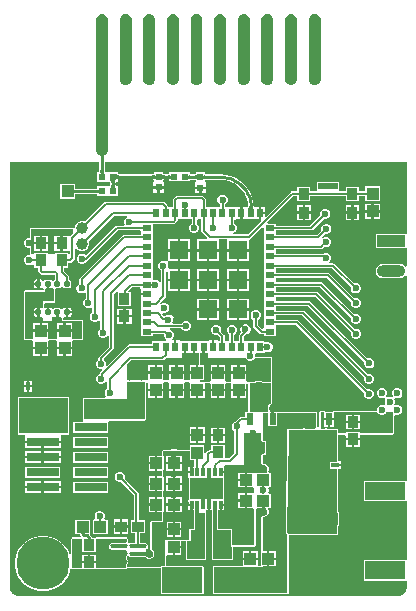
<source format=gtl>
G04*
G04 #@! TF.GenerationSoftware,Altium Limited,Altium Designer,21.0.8 (223)*
G04*
G04 Layer_Physical_Order=1*
G04 Layer_Color=255*
%FSLAX25Y25*%
%MOIN*%
G70*
G04*
G04 #@! TF.SameCoordinates,33316FA8-22EC-4851-BF61-47935A3E7C20*
G04*
G04*
G04 #@! TF.FilePolarity,Positive*
G04*
G01*
G75*
%ADD11C,0.00787*%
%ADD18R,0.11000X0.02900*%
%ADD19R,0.09449X0.03937*%
%ADD20O,0.09449X0.03937*%
%ADD21R,0.08661X0.04134*%
%ADD22R,0.04134X0.03937*%
%ADD23R,0.02441X0.02441*%
%ADD24R,0.01968X0.03150*%
%ADD25R,0.03740X0.03937*%
%ADD26C,0.03937*%
G04:AMPARAMS|DCode=27|XSize=19.68mil|YSize=19.68mil|CornerRadius=2.46mil|HoleSize=0mil|Usage=FLASHONLY|Rotation=90.000|XOffset=0mil|YOffset=0mil|HoleType=Round|Shape=RoundedRectangle|*
%AMROUNDEDRECTD27*
21,1,0.01968,0.01476,0,0,90.0*
21,1,0.01476,0.01968,0,0,90.0*
1,1,0.00492,0.00738,0.00738*
1,1,0.00492,0.00738,-0.00738*
1,1,0.00492,-0.00738,-0.00738*
1,1,0.00492,-0.00738,0.00738*
%
%ADD27ROUNDEDRECTD27*%
%ADD28R,0.01968X0.01968*%
%ADD29R,0.06299X0.06299*%
%ADD30R,0.03937X0.03937*%
%ADD31R,0.03150X0.01968*%
%ADD32R,0.10827X0.06890*%
%ADD33R,0.01181X0.02559*%
%ADD34R,0.03543X0.03937*%
%ADD35R,0.06693X0.02165*%
%ADD36R,0.02441X0.02441*%
%ADD37R,0.03937X0.04134*%
%ADD38R,0.13780X0.03937*%
%ADD39R,0.13386X0.05906*%
%ADD40R,0.03937X0.03740*%
%ADD41R,0.03780X0.08740*%
%ADD42R,0.02362X0.03937*%
%ADD43R,0.03937X0.05906*%
%ADD44R,0.04409X0.03150*%
%ADD45R,0.05764X0.01480*%
G04:AMPARAMS|DCode=46|XSize=57.64mil|YSize=14.8mil|CornerRadius=7.4mil|HoleSize=0mil|Usage=FLASHONLY|Rotation=180.000|XOffset=0mil|YOffset=0mil|HoleType=Round|Shape=RoundedRectangle|*
%AMROUNDEDRECTD46*
21,1,0.05764,0.00000,0,0,180.0*
21,1,0.04284,0.01480,0,0,180.0*
1,1,0.01480,-0.02142,0.00000*
1,1,0.01480,0.02142,0.00000*
1,1,0.01480,0.02142,0.00000*
1,1,0.01480,-0.02142,0.00000*
%
%ADD46ROUNDEDRECTD46*%
%ADD47R,0.01000X0.01000*%
%ADD48R,0.02559X0.01575*%
%ADD49R,0.01575X0.02559*%
%ADD81C,0.00951*%
%ADD82C,0.01181*%
%ADD83C,0.17717*%
%ADD84C,0.02362*%
%ADD85C,0.02677*%
G36*
X103477Y194582D02*
X104031Y194028D01*
X104331Y193305D01*
Y192913D01*
Y173228D01*
Y172837D01*
X104031Y172113D01*
X103477Y171560D01*
X102754Y171260D01*
X101971D01*
X101247Y171560D01*
X100693Y172113D01*
X100394Y172837D01*
Y173228D01*
Y192913D01*
Y193305D01*
X100693Y194028D01*
X101247Y194582D01*
X101971Y194882D01*
X102754D01*
X103477Y194582D01*
D02*
G37*
G36*
X95603D02*
X96157Y194028D01*
X96457Y193305D01*
Y192913D01*
Y173228D01*
Y172837D01*
X96157Y172113D01*
X95603Y171560D01*
X94880Y171260D01*
X94097D01*
X93373Y171560D01*
X92819Y172113D01*
X92520Y172837D01*
Y173228D01*
Y192913D01*
Y193305D01*
X92819Y194028D01*
X93373Y194582D01*
X94097Y194882D01*
X94880D01*
X95603Y194582D01*
D02*
G37*
G36*
X87729D02*
X88283Y194028D01*
X88583Y193305D01*
Y192913D01*
Y173228D01*
Y172837D01*
X88283Y172113D01*
X87729Y171560D01*
X87006Y171260D01*
X86223D01*
X85499Y171560D01*
X84945Y172113D01*
X84646Y172837D01*
Y173228D01*
Y192913D01*
Y193305D01*
X84945Y194028D01*
X85499Y194582D01*
X86223Y194882D01*
X87006D01*
X87729Y194582D01*
D02*
G37*
G36*
X79855D02*
X80409Y194028D01*
X80709Y193305D01*
Y192913D01*
Y173228D01*
Y172837D01*
X80409Y172113D01*
X79855Y171560D01*
X79132Y171260D01*
X78349D01*
X77625Y171560D01*
X77071Y172113D01*
X76772Y172837D01*
Y173228D01*
Y192913D01*
Y193305D01*
X77071Y194028D01*
X77625Y194582D01*
X78349Y194882D01*
X79132D01*
X79855Y194582D01*
D02*
G37*
G36*
X71981D02*
X72535Y194028D01*
X72835Y193305D01*
Y192913D01*
Y173228D01*
Y172837D01*
X72535Y172113D01*
X71981Y171560D01*
X71258Y171260D01*
X70475D01*
X69751Y171560D01*
X69197Y172113D01*
X68898Y172837D01*
Y173228D01*
Y192913D01*
Y193305D01*
X69197Y194028D01*
X69751Y194582D01*
X70475Y194882D01*
X71258D01*
X71981Y194582D01*
D02*
G37*
G36*
X64107D02*
X64661Y194028D01*
X64961Y193305D01*
Y192913D01*
Y173228D01*
Y172837D01*
X64661Y172113D01*
X64107Y171560D01*
X63384Y171260D01*
X62601D01*
X61877Y171560D01*
X61323Y172113D01*
X61024Y172837D01*
Y173228D01*
Y192913D01*
Y193305D01*
X61323Y194028D01*
X61877Y194582D01*
X62601Y194882D01*
X63384D01*
X64107Y194582D01*
D02*
G37*
G36*
X56233D02*
X56787Y194028D01*
X57087Y193305D01*
Y192913D01*
Y173228D01*
Y172837D01*
X56787Y172113D01*
X56233Y171560D01*
X55510Y171260D01*
X54726D01*
X54003Y171560D01*
X53449Y172113D01*
X53150Y172837D01*
Y173228D01*
Y192913D01*
Y193305D01*
X53449Y194028D01*
X54003Y194582D01*
X54726Y194882D01*
X55510D01*
X56233Y194582D01*
D02*
G37*
G36*
X48359D02*
X48913Y194028D01*
X49213Y193305D01*
Y192913D01*
Y173228D01*
Y172837D01*
X48913Y172113D01*
X48359Y171560D01*
X47636Y171260D01*
X46852D01*
X46129Y171560D01*
X45575Y172113D01*
X45276Y172837D01*
Y173228D01*
Y192913D01*
Y193305D01*
X45575Y194028D01*
X46129Y194582D01*
X46852Y194882D01*
X47636D01*
X48359Y194582D01*
D02*
G37*
G36*
X40485D02*
X41039Y194028D01*
X41339Y193305D01*
Y192913D01*
Y173228D01*
Y172837D01*
X41039Y172113D01*
X40485Y171560D01*
X39762Y171260D01*
X38978D01*
X38255Y171560D01*
X37701Y172113D01*
X37402Y172837D01*
Y173228D01*
Y192913D01*
Y193305D01*
X37701Y194028D01*
X38255Y194582D01*
X38978Y194882D01*
X39762D01*
X40485Y194582D01*
D02*
G37*
G36*
X32611D02*
X33165Y194028D01*
X33465Y193305D01*
Y192913D01*
Y149606D01*
Y149215D01*
X33165Y148491D01*
X32611Y147938D01*
X31888Y147638D01*
X31104D01*
X30381Y147938D01*
X29827Y148491D01*
X29528Y149215D01*
Y149606D01*
Y192913D01*
Y193305D01*
X29827Y194028D01*
X30381Y194582D01*
X31104Y194882D01*
X31888D01*
X32611Y194582D01*
D02*
G37*
G36*
X31941Y142696D02*
X31956Y142532D01*
X31979Y142388D01*
X32013Y142263D01*
X32055Y142157D01*
X32108Y142070D01*
X32169Y142003D01*
X32241Y141955D01*
X32322Y141926D01*
X32412Y141916D01*
X30510D01*
X30601Y141926D01*
X30681Y141955D01*
X30753Y142003D01*
X30814Y142070D01*
X30867Y142157D01*
X30909Y142263D01*
X30943Y142388D01*
X30967Y142532D01*
X30981Y142696D01*
X30986Y142879D01*
X31936D01*
X31941Y142696D01*
D02*
G37*
G36*
X54315Y139813D02*
X54306Y139903D01*
X54277Y139984D01*
X54229Y140055D01*
X54161Y140117D01*
X54075Y140169D01*
X53969Y140212D01*
X53843Y140245D01*
X53699Y140269D01*
X53535Y140283D01*
X53352Y140288D01*
Y141239D01*
X53535Y141244D01*
X53699Y141258D01*
X53843Y141282D01*
X53969Y141315D01*
X54075Y141358D01*
X54161Y141410D01*
X54229Y141472D01*
X54277Y141543D01*
X54306Y141624D01*
X54315Y141715D01*
Y139813D01*
D02*
G37*
G36*
X51537Y141624D02*
X51566Y141543D01*
X51614Y141472D01*
X51682Y141410D01*
X51768Y141358D01*
X51874Y141315D01*
X52000Y141282D01*
X52144Y141258D01*
X52308Y141244D01*
X52491Y141239D01*
Y140288D01*
X52308Y140283D01*
X52144Y140269D01*
X52000Y140245D01*
X51874Y140212D01*
X51768Y140169D01*
X51682Y140117D01*
X51614Y140055D01*
X51566Y139984D01*
X51537Y139903D01*
X51528Y139813D01*
Y141715D01*
X51537Y141624D01*
D02*
G37*
G36*
X49135Y139769D02*
X49125Y139859D01*
X49096Y139940D01*
X49048Y140011D01*
X48981Y140073D01*
X48894Y140125D01*
X48788Y140168D01*
X48663Y140201D01*
X48519Y140225D01*
X48355Y140240D01*
X48172Y140244D01*
Y141195D01*
X48355Y141200D01*
X48519Y141214D01*
X48663Y141238D01*
X48788Y141271D01*
X48894Y141314D01*
X48981Y141366D01*
X49048Y141428D01*
X49096Y141499D01*
X49125Y141580D01*
X49135Y141671D01*
Y139769D01*
D02*
G37*
G36*
X36301Y141580D02*
X36330Y141499D01*
X36377Y141428D01*
X36444Y141366D01*
X36529Y141314D01*
X36634Y141271D01*
X36757Y141238D01*
X36900Y141214D01*
X37062Y141200D01*
X37242Y141195D01*
Y140244D01*
X37062Y140240D01*
X36900Y140225D01*
X36757Y140201D01*
X36634Y140168D01*
X36529Y140125D01*
X36444Y140073D01*
X36377Y140011D01*
X36330Y139940D01*
X36301Y139859D01*
X36292Y139769D01*
Y141671D01*
X36301Y141580D01*
D02*
G37*
G36*
X65521Y141467D02*
X65549Y141386D01*
X65597Y141314D01*
X65665Y141253D01*
X65752Y141200D01*
X65857Y141158D01*
X65983Y141124D01*
X66127Y141101D01*
X66291Y141086D01*
X66474Y141082D01*
Y140131D01*
X66291Y140126D01*
X66127Y140112D01*
X65983Y140088D01*
X65857Y140055D01*
X65752Y140012D01*
X65665Y139960D01*
X65597Y139898D01*
X65549Y139826D01*
X65521Y139746D01*
X65511Y139655D01*
Y141557D01*
X65521Y141467D01*
D02*
G37*
G36*
X63118Y139655D02*
X63108Y139746D01*
X63079Y139826D01*
X63031Y139898D01*
X62964Y139960D01*
X62877Y140012D01*
X62771Y140055D01*
X62646Y140088D01*
X62502Y140112D01*
X62338Y140126D01*
X62155Y140131D01*
Y141082D01*
X62338Y141086D01*
X62502Y141101D01*
X62646Y141124D01*
X62771Y141158D01*
X62877Y141200D01*
X62964Y141253D01*
X63031Y141314D01*
X63079Y141386D01*
X63108Y141467D01*
X63118Y141557D01*
Y139655D01*
D02*
G37*
G36*
X60352Y141467D02*
X60380Y141386D01*
X60428Y141314D01*
X60495Y141253D01*
X60580Y141200D01*
X60685Y141158D01*
X60808Y141124D01*
X60951Y141101D01*
X61112Y141086D01*
X61293Y141082D01*
Y140131D01*
X61112Y140126D01*
X60951Y140112D01*
X60808Y140088D01*
X60685Y140055D01*
X60580Y140012D01*
X60495Y139960D01*
X60428Y139898D01*
X60380Y139826D01*
X60352Y139746D01*
X60342Y139655D01*
Y141557D01*
X60352Y141467D01*
D02*
G37*
G36*
X35944Y139514D02*
X35863Y139485D01*
X35792Y139437D01*
X35730Y139369D01*
X35677Y139283D01*
X35635Y139177D01*
X35601Y139051D01*
X35577Y138907D01*
X35563Y138743D01*
X35559Y138560D01*
X34608D01*
X34603Y138743D01*
X34589Y138907D01*
X34565Y139051D01*
X34532Y139177D01*
X34489Y139283D01*
X34437Y139369D01*
X34375Y139437D01*
X34303Y139485D01*
X34222Y139514D01*
X34132Y139523D01*
X36034D01*
X35944Y139514D01*
D02*
G37*
G36*
X35563Y137828D02*
X35577Y137664D01*
X35601Y137520D01*
X35635Y137395D01*
X35677Y137289D01*
X35730Y137202D01*
X35792Y137135D01*
X35863Y137087D01*
X35944Y137058D01*
X36034Y137048D01*
X34132D01*
X34222Y137058D01*
X34303Y137087D01*
X34375Y137135D01*
X34437Y137202D01*
X34489Y137289D01*
X34532Y137395D01*
X34565Y137520D01*
X34589Y137664D01*
X34603Y137828D01*
X34608Y138011D01*
X35559D01*
X35563Y137828D01*
D02*
G37*
G36*
X30265Y134833D02*
X30255Y134924D01*
X30226Y135004D01*
X30178Y135076D01*
X30110Y135138D01*
X30024Y135190D01*
X29918Y135233D01*
X29793Y135266D01*
X29648Y135290D01*
X29485Y135304D01*
X29302Y135309D01*
Y136260D01*
X29485Y136265D01*
X29648Y136279D01*
X29793Y136302D01*
X29918Y136336D01*
X30024Y136379D01*
X30110Y136431D01*
X30178Y136493D01*
X30226Y136564D01*
X30255Y136645D01*
X30265Y136735D01*
Y134833D01*
D02*
G37*
G36*
X22091Y136645D02*
X22120Y136564D01*
X22167Y136493D01*
X22234Y136431D01*
X22319Y136379D01*
X22424Y136336D01*
X22548Y136302D01*
X22690Y136279D01*
X22852Y136265D01*
X23033Y136260D01*
Y135309D01*
X22852Y135304D01*
X22690Y135290D01*
X22548Y135266D01*
X22424Y135233D01*
X22319Y135190D01*
X22234Y135138D01*
X22167Y135076D01*
X22120Y135004D01*
X22091Y134924D01*
X22082Y134833D01*
Y136735D01*
X22091Y136645D01*
D02*
G37*
G36*
X133055Y121621D02*
X122828D01*
Y116884D01*
X133055D01*
Y110903D01*
X132555Y110751D01*
X132416Y110960D01*
X131633Y111483D01*
X130709Y111667D01*
X125197D01*
X124273Y111483D01*
X123489Y110960D01*
X122966Y110176D01*
X122782Y109252D01*
X122966Y108328D01*
X123489Y107544D01*
X124273Y107021D01*
X125197Y106837D01*
X130709D01*
X131633Y107021D01*
X132416Y107544D01*
X132555Y107753D01*
X133055Y107601D01*
Y39180D01*
X118891D01*
Y32474D01*
X133055D01*
Y12802D01*
X118891D01*
Y6096D01*
X133055D01*
Y3628D01*
X132935Y3023D01*
X132699Y2452D01*
X132356Y1939D01*
X131919Y1503D01*
X131406Y1159D01*
X130835Y923D01*
X130230Y803D01*
X3628D01*
X3023Y923D01*
X2452Y1159D01*
X1939Y1503D01*
X1503Y1939D01*
X1159Y2452D01*
X923Y3023D01*
X803Y3628D01*
Y3937D01*
Y145669D01*
X30568D01*
Y142926D01*
X30553Y142890D01*
X30548Y142720D01*
X30537Y142586D01*
X30519Y142479D01*
X30498Y142400D01*
X30478Y142351D01*
X30476Y142348D01*
X30464Y142347D01*
X30452Y142340D01*
X29841D01*
Y139099D01*
X32963D01*
X33081Y139099D01*
X33463D01*
X33582Y139099D01*
X34074D01*
X34086Y139093D01*
X34098Y139091D01*
X34100Y139088D01*
X34120Y139039D01*
X34141Y138960D01*
X34159Y138853D01*
X34170Y138719D01*
X34175Y138549D01*
X34190Y138514D01*
Y138057D01*
X34175Y138022D01*
X34170Y137852D01*
X34159Y137718D01*
X34141Y137611D01*
X34120Y137532D01*
X34100Y137483D01*
X34098Y137480D01*
X34086Y137479D01*
X34074Y137472D01*
X33582D01*
X33463Y137472D01*
X33081D01*
X32963Y137472D01*
X29841D01*
Y136793D01*
X29834Y136781D01*
X29833Y136769D01*
X29830Y136767D01*
X29781Y136747D01*
X29702Y136726D01*
X29594Y136709D01*
X29460Y136697D01*
X29290Y136693D01*
X29255Y136677D01*
X23079D01*
X23044Y136693D01*
X22877Y136697D01*
X22745Y136708D01*
X22640Y136726D01*
X22563Y136747D01*
X22515Y136766D01*
X22514Y136767D01*
X22512Y136781D01*
X22494Y136815D01*
Y138153D01*
X17560D01*
Y133416D01*
X22494D01*
Y134754D01*
X22512Y134788D01*
X22514Y134801D01*
X22515Y134802D01*
X22563Y134822D01*
X22640Y134842D01*
X22745Y134860D01*
X22877Y134872D01*
X23044Y134876D01*
X23079Y134892D01*
X29255D01*
X29290Y134876D01*
X29460Y134872D01*
X29594Y134860D01*
X29702Y134842D01*
X29781Y134821D01*
X29830Y134801D01*
X29833Y134800D01*
X29834Y134787D01*
X29841Y134775D01*
Y134231D01*
X32963D01*
X33081Y134231D01*
X33463D01*
X33582Y134231D01*
X36704D01*
Y137472D01*
X36092D01*
X36080Y137479D01*
X36068Y137480D01*
X36066Y137483D01*
X36046Y137532D01*
X36025Y137611D01*
X36007Y137718D01*
X35996Y137852D01*
X35991Y138022D01*
X35976Y138057D01*
Y138514D01*
X35991Y138549D01*
X35996Y138719D01*
X36007Y138853D01*
X36025Y138960D01*
X36046Y139039D01*
X36066Y139088D01*
X36068Y139091D01*
X36080Y139093D01*
X36092Y139099D01*
X36704D01*
Y139689D01*
X36722Y139724D01*
X36724Y139737D01*
X36725Y139738D01*
X36773Y139757D01*
X36849Y139778D01*
X36955Y139795D01*
X37086Y139807D01*
X37254Y139811D01*
X37289Y139827D01*
X48125D01*
X48161Y139811D01*
X48331Y139807D01*
X48465Y139795D01*
X48572Y139778D01*
X48651Y139757D01*
X48700Y139737D01*
X48703Y139735D01*
X48704Y139723D01*
X48711Y139711D01*
Y139321D01*
X48611Y138862D01*
X48611Y138684D01*
Y137535D01*
X50331D01*
X52052D01*
Y138684D01*
X52052Y138862D01*
X51952Y139321D01*
Y139755D01*
X51958Y139767D01*
X51960Y139779D01*
X51963Y139781D01*
X52012Y139801D01*
X52091Y139822D01*
X52198Y139839D01*
X52332Y139851D01*
X52502Y139855D01*
X52537Y139871D01*
X53306D01*
X53341Y139855D01*
X53511Y139851D01*
X53645Y139839D01*
X53752Y139822D01*
X53831Y139801D01*
X53881Y139781D01*
X53883Y139779D01*
X53885Y139767D01*
X53891Y139755D01*
Y139143D01*
X57013D01*
X57132Y139143D01*
X57513D01*
X57632Y139143D01*
X60754D01*
Y139576D01*
X60773Y139610D01*
X60774Y139623D01*
X60776Y139624D01*
X60824Y139644D01*
X60900Y139664D01*
X61006Y139682D01*
X61137Y139693D01*
X61305Y139698D01*
X61340Y139714D01*
X62109D01*
X62144Y139698D01*
X62313Y139693D01*
X62448Y139682D01*
X62555Y139664D01*
X62634Y139643D01*
X62683Y139623D01*
X62686Y139621D01*
X62687Y139609D01*
X62694Y139597D01*
Y139163D01*
X62594Y138705D01*
X62594Y138527D01*
Y137378D01*
X64314D01*
X66035D01*
Y138527D01*
X66035Y138705D01*
X65935Y139163D01*
Y139597D01*
X65941Y139609D01*
X65943Y139621D01*
X65946Y139623D01*
X65995Y139643D01*
X66074Y139664D01*
X66181Y139682D01*
X66315Y139693D01*
X66485Y139698D01*
X66520Y139714D01*
X71102D01*
X71140Y139721D01*
X72881Y139549D01*
X74592Y139031D01*
X76168Y138188D01*
X77550Y137054D01*
X78684Y135672D01*
X79527Y134096D01*
X80046Y132385D01*
X80184Y130981D01*
X79914Y130518D01*
X79896D01*
X79437Y130618D01*
X79260Y130618D01*
X78347D01*
Y128543D01*
Y126469D01*
X79260D01*
X79437Y126469D01*
X79896Y126568D01*
X82309D01*
X82768Y126469D01*
X82945Y126469D01*
X83858D01*
Y128543D01*
Y130618D01*
X82945D01*
X82768Y130618D01*
X82496Y130559D01*
X82340Y130627D01*
X82017Y130877D01*
X82015Y130898D01*
X82011Y131067D01*
X81978Y131140D01*
X81964Y131214D01*
X81877Y132313D01*
X81477Y133977D01*
X80822Y135559D01*
X79928Y137018D01*
X78816Y138320D01*
X77515Y139432D01*
X76055Y140326D01*
X74474Y140981D01*
X72809Y141381D01*
X71102Y141515D01*
Y141499D01*
X66520D01*
X66485Y141514D01*
X66315Y141519D01*
X66181Y141531D01*
X66074Y141548D01*
X65995Y141569D01*
X65946Y141589D01*
X65943Y141591D01*
X65941Y141603D01*
X65935Y141615D01*
Y142227D01*
X62694D01*
Y141615D01*
X62687Y141603D01*
X62686Y141591D01*
X62683Y141589D01*
X62634Y141569D01*
X62555Y141548D01*
X62448Y141531D01*
X62313Y141519D01*
X62144Y141514D01*
X62109Y141499D01*
X61340D01*
X61305Y141514D01*
X61137Y141519D01*
X61006Y141530D01*
X60900Y141548D01*
X60824Y141569D01*
X60776Y141588D01*
X60774Y141589D01*
X60773Y141602D01*
X60754Y141637D01*
Y142384D01*
X57632D01*
X57513Y142384D01*
X57132D01*
X57013Y142384D01*
X53891D01*
Y141772D01*
X53885Y141760D01*
X53883Y141748D01*
X53880Y141746D01*
X53831Y141727D01*
X53752Y141706D01*
X53645Y141688D01*
X53511Y141676D01*
X53341Y141672D01*
X53306Y141656D01*
X52537D01*
X52502Y141672D01*
X52332Y141676D01*
X52198Y141688D01*
X52091Y141706D01*
X52012Y141727D01*
X51963Y141746D01*
X51960Y141748D01*
X51958Y141760D01*
X51952Y141772D01*
Y142384D01*
X48711D01*
Y141728D01*
X48704Y141717D01*
X48703Y141704D01*
X48700Y141702D01*
X48651Y141683D01*
X48572Y141662D01*
X48465Y141644D01*
X48331Y141632D01*
X48161Y141628D01*
X48125Y141612D01*
X37289D01*
X37254Y141628D01*
X37086Y141632D01*
X36955Y141644D01*
X36849Y141662D01*
X36773Y141682D01*
X36725Y141702D01*
X36724Y141703D01*
X36722Y141716D01*
X36704Y141750D01*
Y142340D01*
X33582D01*
X33463Y142340D01*
X33081D01*
X32963Y142340D01*
X32470D01*
X32458Y142347D01*
X32446Y142348D01*
X32444Y142351D01*
X32424Y142400D01*
X32403Y142479D01*
X32385Y142586D01*
X32374Y142720D01*
X32369Y142890D01*
X32354Y142926D01*
Y145669D01*
X66929D01*
X133055Y145669D01*
Y121621D01*
D02*
G37*
G36*
X81583Y130873D02*
X81597Y130710D01*
X81621Y130566D01*
X81654Y130440D01*
X81697Y130335D01*
X81749Y130248D01*
X81811Y130181D01*
X81882Y130133D01*
X81963Y130104D01*
X82053Y130094D01*
X80151D01*
X80242Y130104D01*
X80323Y130133D01*
X80394Y130181D01*
X80456Y130248D01*
X80508Y130335D01*
X80551Y130440D01*
X80584Y130566D01*
X80608Y130710D01*
X80622Y130873D01*
X80627Y131056D01*
X81578D01*
X81583Y130873D01*
D02*
G37*
%LPC*%
G36*
X110635Y138983D02*
X103142D01*
X103142Y136017D01*
X102712Y135849D01*
X100991D01*
Y137408D01*
X96647D01*
Y135849D01*
X94943D01*
X94634Y135787D01*
X94371Y135612D01*
X86198Y127439D01*
X85736Y127630D01*
Y128150D01*
X84646D01*
Y126297D01*
X84766Y126007D01*
X80239Y121479D01*
X75330D01*
X75230Y121979D01*
X75755Y122197D01*
X76228Y122670D01*
X76484Y123288D01*
Y123956D01*
X76228Y124574D01*
X75755Y125047D01*
X75612Y125106D01*
Y126215D01*
X75755Y126357D01*
X76112Y126546D01*
X76468Y126469D01*
X76646Y126469D01*
X77559D01*
Y128543D01*
Y130618D01*
X76646D01*
X76468Y130618D01*
X76010Y130518D01*
X73538D01*
X73419Y130518D01*
X72973Y130518D01*
X72473Y130649D01*
Y131581D01*
X72626Y131645D01*
X73099Y132118D01*
X73355Y132736D01*
Y133405D01*
X73099Y134022D01*
X72626Y134495D01*
X72008Y134751D01*
X71340D01*
X70722Y134495D01*
X70249Y134022D01*
X69993Y133405D01*
Y132736D01*
X70249Y132118D01*
X70722Y131645D01*
X70855Y131590D01*
Y130872D01*
X70529Y130546D01*
X70354Y130518D01*
X69888Y130518D01*
X69769Y130518D01*
X67239D01*
X67120Y130518D01*
X66739D01*
X66664Y130518D01*
X66164Y130624D01*
Y133009D01*
X66164Y133009D01*
X66102Y133318D01*
X65927Y133581D01*
X65926Y133581D01*
X65465Y134042D01*
X65203Y134218D01*
X64893Y134279D01*
X64893Y134279D01*
X56367D01*
X56367Y134279D01*
X56057Y134218D01*
X55795Y134042D01*
X55795Y134042D01*
X55333Y133581D01*
X55158Y133318D01*
X55096Y133009D01*
X55096Y133009D01*
Y130872D01*
X54782Y130558D01*
X54596Y130518D01*
X54140D01*
X54059Y130518D01*
X53559Y130610D01*
Y130700D01*
X53498Y131010D01*
X53322Y131272D01*
X52472Y132122D01*
X52210Y132298D01*
X51900Y132359D01*
X51900Y132359D01*
X32869D01*
X32869Y132359D01*
X32560Y132298D01*
X32297Y132122D01*
X32297Y132122D01*
X25923Y125748D01*
X25390Y125969D01*
X24448D01*
X23578Y125608D01*
X22911Y124942D01*
X22551Y124071D01*
Y123930D01*
X22051Y123635D01*
X21987Y123661D01*
X7874D01*
X7568Y123535D01*
X7441Y123228D01*
Y120251D01*
X6940D01*
X6322Y119995D01*
X5849Y119522D01*
X5593Y118904D01*
Y118236D01*
X5849Y117618D01*
X6322Y117145D01*
X6940Y116889D01*
X7441D01*
Y114961D01*
X7078Y114531D01*
X6816D01*
X6198Y114275D01*
X5725Y113802D01*
X5469Y113184D01*
Y112516D01*
X5725Y111898D01*
X6198Y111425D01*
X6816Y111169D01*
X7484D01*
X8102Y111425D01*
X8343Y111665D01*
X8843Y111458D01*
Y110447D01*
X10304D01*
Y109311D01*
X10304Y109311D01*
X10365Y109002D01*
X10541Y108739D01*
X11002Y108278D01*
X11002Y108278D01*
X11264Y108102D01*
X11574Y108041D01*
X11574Y108041D01*
X15801D01*
Y106341D01*
X15620Y106305D01*
X15407Y106162D01*
X15305Y106010D01*
X15036Y105977D01*
X14766Y106010D01*
X14665Y106162D01*
X14451Y106305D01*
X14199Y106355D01*
X12723D01*
X12471Y106305D01*
X12257Y106162D01*
X12224Y106113D01*
X12125Y106086D01*
X11694Y106104D01*
X11669Y106113D01*
X11588Y106234D01*
X11341Y106399D01*
X11050Y106457D01*
X10705D01*
Y104958D01*
Y103459D01*
X11050D01*
X11341Y103517D01*
X11480Y103610D01*
X11901Y103498D01*
X12020Y103429D01*
X12061Y103327D01*
X12046Y103300D01*
X12053Y103278D01*
X12044Y103257D01*
Y102795D01*
X5906Y102795D01*
X5599Y102668D01*
X5473Y102362D01*
X5472Y101284D01*
X5406Y101122D01*
Y100453D01*
X5472Y100291D01*
X5472Y99566D01*
X5472Y99566D01*
X5472Y96166D01*
X5406Y96004D01*
Y95335D01*
X5472Y95173D01*
X5473Y89866D01*
X5406Y89705D01*
Y89036D01*
X5473Y88874D01*
Y86614D01*
X5599Y86308D01*
X5906Y86181D01*
X8136D01*
X8223Y86164D01*
X8518Y85925D01*
X8598Y85808D01*
X8599Y85807D01*
Y83917D01*
X11067D01*
X13536D01*
Y85804D01*
X13537Y85806D01*
X13795Y86087D01*
X13907Y86163D01*
X13998Y86181D01*
X16073Y86181D01*
X16267Y86077D01*
X16455Y85925D01*
X16535Y85808D01*
X16536Y85807D01*
Y83917D01*
X19004D01*
X21473D01*
Y85805D01*
X21474Y85806D01*
X21732Y86087D01*
X21844Y86163D01*
X21935Y86181D01*
X24803D01*
X25109Y86308D01*
X25236Y86614D01*
Y92520D01*
X25109Y92826D01*
X24803Y92953D01*
X18543D01*
Y93650D01*
X18604Y93746D01*
X18841Y93959D01*
X18970Y94037D01*
X19101Y94010D01*
X19445D01*
Y95509D01*
Y97008D01*
X19101D01*
X18810Y96950D01*
X18563Y96785D01*
X18443Y96605D01*
X18219Y96556D01*
X17898Y96588D01*
X17815Y96713D01*
X17601Y96856D01*
X17349Y96906D01*
X15873D01*
X15620Y96856D01*
X15407Y96713D01*
X15374Y96664D01*
X15274Y96637D01*
X14843Y96655D01*
X14818Y96664D01*
X14737Y96785D01*
X14491Y96950D01*
X14199Y97008D01*
X13855D01*
Y95509D01*
X13068D01*
Y97008D01*
X12723D01*
X12687Y97001D01*
X12568Y97065D01*
X12247Y97378D01*
X12244Y97384D01*
Y98426D01*
X12597Y98780D01*
X15354Y98780D01*
X15661Y98906D01*
X15787Y99213D01*
X15787Y103073D01*
X15846Y103411D01*
X16249Y103561D01*
X17349D01*
X17601Y103611D01*
X17815Y103754D01*
X17916Y103906D01*
X18186Y103939D01*
X18455Y103906D01*
X18556Y103754D01*
X18770Y103611D01*
X19022Y103561D01*
X20499D01*
X20751Y103611D01*
X20964Y103754D01*
X21107Y103968D01*
X21157Y104220D01*
Y105696D01*
X21107Y105948D01*
X20964Y106162D01*
X20751Y106305D01*
X20570Y106341D01*
Y107140D01*
X20508Y107449D01*
X20333Y107712D01*
X20333Y107712D01*
X18818Y109226D01*
Y110447D01*
X20279D01*
Y112006D01*
X20866D01*
X20866Y112006D01*
X21175Y112068D01*
X21438Y112243D01*
X22172Y112978D01*
X22172Y112978D01*
X22348Y113240D01*
X22409Y113550D01*
X22409Y113550D01*
Y116914D01*
X22909Y117013D01*
X22911Y117008D01*
X23578Y116342D01*
X24448Y115981D01*
X25390D01*
X26261Y116342D01*
X26927Y117008D01*
X27288Y117879D01*
Y118821D01*
X27067Y119353D01*
X35448Y127734D01*
X39754D01*
X39854Y127234D01*
X39662Y127155D01*
X39189Y126682D01*
X38934Y126064D01*
Y125395D01*
X39126Y124931D01*
X38882Y124431D01*
X36426D01*
X36426Y124431D01*
X36116Y124370D01*
X35854Y124194D01*
X26163Y114504D01*
X25872Y114795D01*
X25254Y115051D01*
X24585D01*
X23967Y114795D01*
X23494Y114322D01*
X23238Y113705D01*
Y113036D01*
X23494Y112418D01*
X23967Y111945D01*
X24585Y111689D01*
X25254D01*
X25872Y111945D01*
X26344Y112418D01*
X26424Y112611D01*
X26484Y112622D01*
X26746Y112798D01*
X27048Y113099D01*
X27048Y113099D01*
X36761Y122813D01*
X44128D01*
X44442Y122499D01*
X44482Y122313D01*
Y121857D01*
X44482Y121782D01*
X44376Y121282D01*
X38676D01*
X38676Y121282D01*
X38367Y121220D01*
X38104Y121045D01*
X38104Y121045D01*
X24102Y107042D01*
X23926Y106780D01*
X23865Y106470D01*
X23865Y106470D01*
Y104955D01*
X23722Y104895D01*
X23249Y104422D01*
X22993Y103805D01*
Y103136D01*
X23249Y102518D01*
X23722Y102045D01*
X24340Y101789D01*
X25008D01*
X25626Y102045D01*
X25665Y102083D01*
X26165Y101876D01*
Y100154D01*
X26022Y100095D01*
X25549Y99622D01*
X25293Y99005D01*
Y98336D01*
X25549Y97718D01*
X26022Y97245D01*
X26640Y96989D01*
X27308D01*
X27765Y97178D01*
X28265Y96930D01*
Y95555D01*
X28122Y95495D01*
X27649Y95022D01*
X27393Y94405D01*
Y93736D01*
X27649Y93118D01*
X28122Y92645D01*
X28740Y92389D01*
X29408D01*
X30026Y92645D01*
X30465Y93083D01*
X30627Y93068D01*
X30965Y92935D01*
Y90154D01*
X30822Y90095D01*
X30349Y89622D01*
X30093Y89004D01*
Y88336D01*
X30349Y87718D01*
X30822Y87245D01*
X31440Y86989D01*
X32108D01*
X32726Y87245D01*
X33199Y87718D01*
X33265Y87876D01*
X33765Y87777D01*
Y84005D01*
X30530Y80771D01*
X30355Y80508D01*
X30293Y80198D01*
X30293Y80198D01*
Y79831D01*
X30150Y79772D01*
X29677Y79299D01*
X29421Y78681D01*
Y78012D01*
X29677Y77394D01*
X30150Y76921D01*
X30768Y76665D01*
X31418D01*
X31468Y76612D01*
X31688Y76228D01*
X30975Y75515D01*
X30799Y75253D01*
X30753Y75019D01*
X30347Y74850D01*
X29874Y74378D01*
X29618Y73760D01*
Y73091D01*
X29874Y72473D01*
X30347Y72000D01*
X30965Y71744D01*
X31634D01*
X32252Y72000D01*
X32724Y72473D01*
X32765Y72571D01*
X33265Y72471D01*
Y70055D01*
X33122Y69995D01*
X32649Y69522D01*
X32393Y68905D01*
Y68236D01*
X32649Y67618D01*
X32798Y67468D01*
X32591Y66968D01*
X25591D01*
X25284Y66842D01*
X25158Y66535D01*
Y59842D01*
X25260Y59594D01*
X25073Y59094D01*
X21785D01*
Y55394D01*
X33585D01*
Y58910D01*
X33585Y59094D01*
X33954Y59410D01*
X42811D01*
X42973Y59342D01*
X43641D01*
X43803Y59410D01*
X45669D01*
X45976Y59536D01*
X46102Y59842D01*
Y72137D01*
X46510Y72403D01*
X46595Y72409D01*
X46966Y71933D01*
Y69924D01*
X49434D01*
X51903D01*
Y71933D01*
X52274Y72409D01*
X52358Y72403D01*
X52374Y72408D01*
X52389Y72402D01*
X53381D01*
X53396Y72408D01*
X53411Y72403D01*
X53496Y72409D01*
X53867Y71933D01*
Y69924D01*
X56335D01*
X58804D01*
Y71933D01*
X59175Y72409D01*
X59259Y72403D01*
X59275Y72408D01*
X59290Y72402D01*
X60282D01*
X60297Y72408D01*
X60312Y72403D01*
X60397Y72409D01*
X60768Y71933D01*
Y69924D01*
X63236D01*
X65705D01*
Y72008D01*
X67494D01*
X67668Y71549D01*
X67669Y71544D01*
Y69924D01*
X70137D01*
X72606D01*
Y71544D01*
X72607Y71549D01*
X72780Y72008D01*
X74395D01*
X74569Y71549D01*
X74570Y71544D01*
Y69924D01*
X77038D01*
X79507D01*
Y71544D01*
X79508Y71549D01*
X79681Y72008D01*
X80276D01*
Y62211D01*
X79324D01*
Y60652D01*
X77746D01*
X77437Y60590D01*
X77174Y60415D01*
X77174Y60415D01*
X75834Y59075D01*
X75426Y58906D01*
X74953Y58433D01*
X74697Y57815D01*
Y57146D01*
X74953Y56528D01*
X75426Y56055D01*
X75565Y55998D01*
Y48605D01*
X73842Y46882D01*
X72407D01*
Y51204D01*
X67867D01*
Y49644D01*
X67335D01*
X67335Y49644D01*
X67026Y49583D01*
X66763Y49407D01*
X66763Y49407D01*
X66302Y48946D01*
X66126Y48683D01*
X66105Y48575D01*
X65605Y48624D01*
Y51205D01*
X60868D01*
Y49646D01*
X56669D01*
X56464Y49850D01*
X55846Y50106D01*
X55177D01*
X54560Y49850D01*
X54355Y49646D01*
X51968D01*
X51662Y49519D01*
X51536Y49213D01*
Y47696D01*
X49966D01*
Y45228D01*
Y42759D01*
X51536D01*
Y40795D01*
X49966D01*
Y38326D01*
Y35858D01*
X51536D01*
Y33894D01*
X49966D01*
Y31425D01*
Y28957D01*
X51536D01*
Y26024D01*
X48031D01*
X47725Y25897D01*
X47598Y25591D01*
X47598Y16487D01*
X47631Y16407D01*
Y16321D01*
X47692Y16260D01*
X47725Y16180D01*
X47805Y16147D01*
X47866Y16086D01*
X48012Y16026D01*
X48363Y15675D01*
X48553Y15216D01*
Y14720D01*
X48363Y14261D01*
X48012Y13910D01*
X47553Y13720D01*
X47056D01*
X46900Y13785D01*
X46701Y14372D01*
X46776Y14484D01*
X46794Y14574D01*
X43466D01*
Y15362D01*
X46794D01*
X46776Y15452D01*
X46502Y15862D01*
X46260Y16024D01*
X46240Y16555D01*
X46251Y16585D01*
X46430Y16705D01*
X46682Y17082D01*
X46770Y17527D01*
X46682Y17972D01*
X46430Y18349D01*
X46053Y18601D01*
X45608Y18689D01*
X44275D01*
Y21809D01*
X45929D01*
Y26349D01*
X43723D01*
Y35039D01*
X43723Y35039D01*
X43661Y35349D01*
X43486Y35612D01*
X43486Y35612D01*
X39023Y40074D01*
X39083Y40217D01*
Y40886D01*
X38827Y41503D01*
X38354Y41976D01*
X37736Y42232D01*
X37067D01*
X36449Y41976D01*
X35976Y41503D01*
X35721Y40886D01*
Y40217D01*
X35976Y39599D01*
X36449Y39126D01*
X37067Y38870D01*
X37736D01*
X37879Y38929D01*
X42104Y34704D01*
Y26349D01*
X41192D01*
Y21809D01*
X42657D01*
Y18689D01*
X41324D01*
X40879Y18601D01*
X40659Y18453D01*
X40104Y18585D01*
X40005Y18849D01*
X40036Y18924D01*
X40105Y19052D01*
X40098Y19074D01*
X40107Y19095D01*
Y20079D01*
X39980Y20385D01*
X39674Y20512D01*
X29370D01*
X29064Y20385D01*
X29059Y20373D01*
X28174D01*
X28125Y20621D01*
X27931Y20911D01*
X27931Y20911D01*
X27404Y21438D01*
X27517Y21711D01*
X27517D01*
Y26448D01*
X22583D01*
Y21711D01*
X24025D01*
X24075Y21457D01*
X24269Y21167D01*
X24424Y21012D01*
X24217Y20512D01*
X21654D01*
X21347Y20385D01*
X21221Y20079D01*
Y14525D01*
X20721Y14476D01*
X20714Y14512D01*
X20016Y16196D01*
X19002Y17713D01*
X17713Y19002D01*
X16196Y20016D01*
X14512Y20714D01*
X12723Y21069D01*
X10899D01*
X9110Y20714D01*
X7426Y20016D01*
X5909Y19002D01*
X4620Y17713D01*
X3606Y16196D01*
X2908Y14512D01*
X2553Y12723D01*
Y10899D01*
X2908Y9110D01*
X3606Y7426D01*
X4620Y5909D01*
X5909Y4620D01*
X7426Y3606D01*
X9110Y2908D01*
X10899Y2553D01*
X12723D01*
X14512Y2908D01*
X16196Y3606D01*
X17713Y4620D01*
X19002Y5909D01*
X20016Y7426D01*
X20714Y9110D01*
X20854Y9815D01*
X21317Y9923D01*
X21383Y9915D01*
X21654Y9803D01*
X24730D01*
X25029Y9927D01*
X29171D01*
X29470Y9803D01*
X39079D01*
X39084Y9805D01*
X39088Y9803D01*
X39236Y9868D01*
X39386Y9930D01*
X39387Y9934D01*
X39392Y9936D01*
X39713Y10271D01*
X39890Y10197D01*
X51142D01*
Y1969D01*
X51269Y1662D01*
X51575Y1536D01*
X64961D01*
X65267Y1662D01*
X65394Y1969D01*
Y10630D01*
X65267Y10936D01*
X64961Y11063D01*
X52795D01*
Y14313D01*
X53295Y14724D01*
X55084D01*
Y17291D01*
X55478D01*
Y17685D01*
X57947D01*
Y19252D01*
X59410D01*
Y13386D01*
X59536Y13080D01*
X59842Y12953D01*
X65748D01*
X66054Y13080D01*
X66181Y13386D01*
Y28740D01*
X66085Y28973D01*
X66281Y29473D01*
X66853D01*
Y29973D01*
X66657D01*
Y33319D01*
X60849D01*
Y40209D01*
X66657D01*
Y43556D01*
X67838D01*
Y40209D01*
X71676D01*
Y33319D01*
X67838D01*
Y29973D01*
X67641D01*
Y29473D01*
X68071D01*
Y13386D01*
X68198Y13080D01*
X68504Y12953D01*
X74803D01*
X75109Y13080D01*
X75236Y13386D01*
Y17430D01*
X82284D01*
X82590Y17557D01*
X82716Y17863D01*
Y29778D01*
X82724Y29900D01*
X83039Y30227D01*
X83111Y30264D01*
X84922D01*
Y32733D01*
X85709D01*
Y30264D01*
X85920D01*
X86093Y30126D01*
X86290Y29864D01*
X86320Y29791D01*
X86323Y29764D01*
Y29699D01*
X86341Y29681D01*
X86564Y29142D01*
Y28646D01*
X86374Y28187D01*
X86023Y27836D01*
X85564Y27646D01*
X85039D01*
X84733Y27519D01*
X84606Y27213D01*
Y15854D01*
X84540Y15754D01*
X84344D01*
Y11063D01*
X83472D01*
Y12992D01*
X80905D01*
X78339D01*
Y11063D01*
X68898D01*
X68591Y10936D01*
X68465Y10630D01*
Y1969D01*
X68591Y1662D01*
X68898Y1536D01*
X93307D01*
X93613Y1662D01*
X93740Y1969D01*
Y21221D01*
X109843D01*
X110149Y21347D01*
X110275Y21654D01*
Y24206D01*
X110636D01*
Y28943D01*
X110275D01*
X110275Y43292D01*
X111031D01*
Y44186D01*
X109252D01*
Y44973D01*
X111031D01*
Y45867D01*
X110275D01*
Y54685D01*
X112387D01*
X112737Y54390D01*
X112787Y54305D01*
Y53642D01*
X117528D01*
Y54685D01*
X128347D01*
X128653Y54812D01*
X128779Y55118D01*
Y61104D01*
X129279Y61438D01*
X129587Y61311D01*
X130256D01*
X130874Y61567D01*
X131346Y62040D01*
X131602Y62658D01*
Y63327D01*
X131346Y63944D01*
X130874Y64417D01*
X130256Y64673D01*
X129587D01*
X129164Y64498D01*
X129058Y64582D01*
X128831Y64901D01*
X129043Y65414D01*
Y66082D01*
X128831Y66595D01*
X129058Y66914D01*
X129164Y66998D01*
X129587Y66823D01*
X130256D01*
X130874Y67079D01*
X131346Y67552D01*
X131602Y68170D01*
Y68838D01*
X131346Y69456D01*
X130874Y69929D01*
X130256Y70185D01*
X129587D01*
X128969Y69929D01*
X128496Y69456D01*
X128240Y68838D01*
Y68170D01*
X128452Y67657D01*
X128226Y67338D01*
X128119Y67254D01*
X127697Y67429D01*
X127028D01*
X126605Y67254D01*
X126499Y67338D01*
X126272Y67657D01*
X126484Y68169D01*
Y68838D01*
X126228Y69456D01*
X125755Y69929D01*
X125137Y70185D01*
X124469D01*
X123851Y69929D01*
X123378Y69456D01*
X123122Y68838D01*
Y68169D01*
X123378Y67552D01*
X123851Y67079D01*
X124469Y66823D01*
X125137D01*
X125560Y66998D01*
X125666Y66914D01*
X125893Y66595D01*
X125681Y66082D01*
Y65414D01*
X125893Y64901D01*
X125666Y64582D01*
X125560Y64498D01*
X125137Y64673D01*
X124469D01*
X123851Y64417D01*
X123378Y63944D01*
X123122Y63327D01*
Y62658D01*
X123109Y62638D01*
X121886D01*
X108812Y62638D01*
X108505Y62511D01*
X108381Y62211D01*
X105880D01*
X105755Y62511D01*
X105449Y62638D01*
X104331D01*
X104025Y62511D01*
X103898Y62205D01*
Y57123D01*
X103689Y56975D01*
X103189Y57234D01*
Y61811D01*
X103062Y62117D01*
X103062Y62117D01*
X102756Y62244D01*
X90067D01*
Y62311D01*
X88779D01*
Y59842D01*
X87992D01*
Y62311D01*
X87809D01*
X87606Y62451D01*
X87567Y62486D01*
X87411Y62711D01*
X87369Y62814D01*
X87368Y62850D01*
X87361Y62857D01*
Y62894D01*
X87337Y62953D01*
X87336Y62955D01*
X87335Y62956D01*
X87138Y63433D01*
Y63929D01*
X87328Y64388D01*
X87679Y64739D01*
X87961Y64856D01*
X88022Y64917D01*
X88101Y64950D01*
X88134Y65030D01*
X88195Y65090D01*
Y65176D01*
X88228Y65256D01*
Y72008D01*
X88139Y72224D01*
X88228Y72441D01*
Y80315D01*
X88101Y80621D01*
X87795Y80748D01*
X82655D01*
Y81405D01*
X82568Y81614D01*
X82546Y81743D01*
X82916Y82080D01*
X82987Y82080D01*
X85636D01*
X85636Y82080D01*
Y82080D01*
X86136Y82225D01*
X86312Y82152D01*
X86981D01*
X87599Y82408D01*
X88072Y82881D01*
X88328Y83499D01*
Y84168D01*
X88072Y84785D01*
X87599Y85258D01*
X86981Y85514D01*
X86312D01*
X86136Y85441D01*
X85636Y85775D01*
Y86030D01*
X82987D01*
X82868Y86030D01*
X82487D01*
X82368Y86030D01*
X79837D01*
X79718Y86030D01*
X79337D01*
X79262Y86030D01*
X78762Y86136D01*
Y87314D01*
X79587Y88139D01*
X79658D01*
X80276Y88395D01*
X80749Y88868D01*
X81005Y89486D01*
Y90154D01*
X80749Y90772D01*
X80276Y91245D01*
X79658Y91501D01*
X78990D01*
X78372Y91245D01*
X77899Y90772D01*
X77643Y90154D01*
Y89486D01*
X77899Y88868D01*
X77963Y88804D01*
X77381Y88221D01*
X77205Y87959D01*
X77144Y87649D01*
X77144Y87649D01*
Y86383D01*
X76829Y86069D01*
X76644Y86030D01*
X76187D01*
X76098Y86030D01*
X75598Y86101D01*
Y88092D01*
X75726Y88145D01*
X76199Y88618D01*
X76455Y89236D01*
Y89904D01*
X76199Y90522D01*
X75726Y90995D01*
X75108Y91251D01*
X74440D01*
X73822Y90995D01*
X73349Y90522D01*
X73093Y89904D01*
Y89236D01*
X73349Y88618D01*
X73822Y88145D01*
X73979Y88080D01*
Y86383D01*
X73683Y86088D01*
X73479Y86030D01*
X73038D01*
X72963Y86030D01*
X72463Y86136D01*
Y87490D01*
X72463Y87490D01*
X72401Y87800D01*
X72226Y88063D01*
X71196Y89093D01*
X71255Y89236D01*
Y89904D01*
X70999Y90522D01*
X70526Y90995D01*
X69908Y91251D01*
X69240D01*
X68622Y90995D01*
X68149Y90522D01*
X67893Y89904D01*
Y89236D01*
X68149Y88618D01*
X68622Y88145D01*
X69240Y87889D01*
X69908D01*
X70051Y87948D01*
X70844Y87155D01*
Y86383D01*
X70702Y86241D01*
X70344Y86052D01*
X69988Y86130D01*
X69811Y86130D01*
X68898D01*
Y84055D01*
X68110D01*
Y86130D01*
X67197D01*
X67020Y86130D01*
Y86130D01*
X66739Y86030D01*
X66739Y86030D01*
X63970D01*
X63970Y86030D01*
X63589D01*
Y86030D01*
X63470Y86030D01*
X60939D01*
X60821Y86030D01*
Y86030D01*
X60439D01*
Y86030D01*
X57848D01*
X57390Y86130D01*
X57212Y86130D01*
X56299D01*
Y84055D01*
X55512D01*
Y86130D01*
X55065D01*
X55008Y86229D01*
X54911Y86630D01*
X55299Y87018D01*
X55555Y87636D01*
Y88305D01*
X55299Y88922D01*
X54826Y89395D01*
X54208Y89651D01*
X54246Y90136D01*
X57964D01*
X58024Y89993D01*
X58497Y89520D01*
X59114Y89264D01*
X59783D01*
X60401Y89520D01*
X60874Y89993D01*
X61130Y90610D01*
Y91279D01*
X60874Y91897D01*
X60401Y92370D01*
X59783Y92626D01*
X59114D01*
X58497Y92370D01*
X58024Y91897D01*
X57964Y91754D01*
X55210D01*
X54947Y92254D01*
X55126Y92685D01*
Y93354D01*
X55070Y93488D01*
X55332Y93880D01*
X54445Y94767D01*
X54118Y94560D01*
X53779Y94701D01*
X53110D01*
X52492Y94445D01*
X52234Y94186D01*
X51542Y94878D01*
X51825Y95302D01*
X51921Y95262D01*
X52590D01*
X53208Y95518D01*
X53681Y95991D01*
X53937Y96609D01*
Y97278D01*
X53681Y97895D01*
X53208Y98368D01*
X52590Y98624D01*
X51921D01*
X51304Y98368D01*
X50985Y98736D01*
X52541Y100292D01*
X52541Y100292D01*
X52716Y100555D01*
X52778Y100865D01*
Y109154D01*
X52947Y109267D01*
X53447Y109000D01*
Y106693D01*
X56703D01*
Y109949D01*
X53884D01*
X53550Y110449D01*
X53650Y110689D01*
Y111358D01*
X53394Y111976D01*
X53335Y112034D01*
X53584Y112492D01*
X53876Y112492D01*
X56693D01*
Y115748D01*
X53437D01*
Y112967D01*
X53437Y112640D01*
X52979Y112390D01*
X52921Y112449D01*
X52303Y112705D01*
X51634D01*
X51016Y112449D01*
X50543Y111976D01*
X50287Y111358D01*
Y110689D01*
X50543Y110071D01*
X51016Y109599D01*
X51159Y109539D01*
Y105724D01*
X50659Y105625D01*
X50638Y105677D01*
X50165Y106150D01*
X49547Y106405D01*
X48897D01*
X48873Y106410D01*
X48432Y106762D01*
Y109139D01*
X48432Y109258D01*
Y109639D01*
X48432Y109758D01*
Y112289D01*
X48432Y112408D01*
Y112789D01*
X48432Y112908D01*
Y115558D01*
X48432D01*
Y115939D01*
X48432D01*
Y118707D01*
X48432D01*
Y119088D01*
X48432D01*
Y121738D01*
X48432Y121857D01*
Y122238D01*
X48432Y122357D01*
Y124920D01*
X55404D01*
X55404Y124920D01*
X55713Y124982D01*
X55976Y125157D01*
X56478Y125659D01*
X56478Y125659D01*
X56653Y125922D01*
X56715Y126231D01*
Y126568D01*
X57290D01*
Y126568D01*
X57671D01*
Y126568D01*
X60321D01*
X60439Y126568D01*
X60821D01*
X60896Y126568D01*
X61396Y126462D01*
Y125106D01*
X61252Y125047D01*
X60780Y124574D01*
X60524Y123956D01*
Y123288D01*
X60780Y122670D01*
X61252Y122197D01*
X61870Y121941D01*
X62539D01*
X63157Y122197D01*
X63630Y122670D01*
X63886Y123288D01*
Y123956D01*
X63630Y124574D01*
X63157Y125047D01*
X63014Y125106D01*
Y126215D01*
X63328Y126529D01*
X63514Y126568D01*
X63970D01*
X64045Y126568D01*
X64545Y126462D01*
Y122690D01*
X64545Y122690D01*
X64607Y122380D01*
X64782Y122117D01*
X66608Y120291D01*
X66401Y119791D01*
X63279D01*
Y116535D01*
X66929D01*
X70579D01*
X70579Y119791D01*
X71050Y119861D01*
X72651D01*
X73122Y119791D01*
X73122Y119361D01*
Y116535D01*
X76772D01*
X80421D01*
Y119407D01*
X80539Y119758D01*
X80819Y119905D01*
X80868Y119919D01*
X80884Y119922D01*
X81146Y120098D01*
X84965Y123916D01*
X85427Y123725D01*
Y122357D01*
X85427Y122238D01*
Y121857D01*
X85427Y121738D01*
Y119207D01*
X85427Y119088D01*
Y118707D01*
X85427Y118588D01*
Y116058D01*
X85427Y115939D01*
Y115558D01*
X85427Y115439D01*
Y112908D01*
X85427Y112789D01*
Y112408D01*
X85427Y112289D01*
Y109758D01*
X85427Y109639D01*
Y109258D01*
X85427Y109139D01*
Y106609D01*
X85427Y106490D01*
Y106109D01*
X85427Y105990D01*
Y103459D01*
X85427Y103340D01*
Y102959D01*
X85427Y102840D01*
Y100310D01*
X85427Y100190D01*
Y99809D01*
X85427Y99691D01*
Y97160D01*
X85427Y97041D01*
Y96660D01*
X85427Y96541D01*
Y94010D01*
X85427Y93891D01*
Y93510D01*
X85427Y93391D01*
Y90861D01*
X85427Y90742D01*
Y90361D01*
X85427Y90148D01*
X84927Y89941D01*
X83533Y91335D01*
Y93014D01*
X83676Y93073D01*
X84149Y93546D01*
X84405Y94164D01*
Y94833D01*
X84149Y95451D01*
X83676Y95924D01*
X83058Y96180D01*
X82390D01*
X81772Y95924D01*
X81299Y95451D01*
X81043Y94833D01*
Y94164D01*
X81299Y93546D01*
X81772Y93073D01*
X81915Y93014D01*
Y90999D01*
X81915Y90999D01*
X81976Y90690D01*
X82152Y90427D01*
X84175Y88404D01*
X84437Y88229D01*
X84747Y88167D01*
X85427D01*
Y87592D01*
X89376D01*
Y90242D01*
X89376Y90361D01*
Y90742D01*
X89376Y90817D01*
X89482Y91317D01*
X96183D01*
X118752Y68748D01*
X118693Y68604D01*
Y67936D01*
X118949Y67318D01*
X119422Y66845D01*
X120040Y66589D01*
X120708D01*
X121326Y66845D01*
X121799Y67318D01*
X122055Y67936D01*
Y68604D01*
X121799Y69222D01*
X121326Y69695D01*
X120708Y69951D01*
X120040D01*
X119897Y69892D01*
X97090Y92698D01*
X96828Y92874D01*
X96518Y92935D01*
X96518Y92935D01*
X89730D01*
X89416Y93249D01*
X89376Y93435D01*
Y93891D01*
X89376Y93966D01*
X89482Y94466D01*
X98133D01*
X118852Y73747D01*
X118793Y73605D01*
Y72936D01*
X119049Y72318D01*
X119522Y71845D01*
X120140Y71589D01*
X120808D01*
X121426Y71845D01*
X121899Y72318D01*
X122155Y72936D01*
Y73605D01*
X121899Y74222D01*
X121426Y74695D01*
X120808Y74951D01*
X120140D01*
X119997Y74892D01*
X99041Y95848D01*
X98778Y96023D01*
X98469Y96085D01*
X98469Y96085D01*
X89730D01*
X89416Y96399D01*
X89376Y96585D01*
Y97041D01*
X89376Y97116D01*
X89482Y97616D01*
X100284D01*
X118952Y78948D01*
X118893Y78804D01*
Y78136D01*
X119149Y77518D01*
X119622Y77045D01*
X120240Y76789D01*
X120908D01*
X121526Y77045D01*
X121999Y77518D01*
X122255Y78136D01*
Y78804D01*
X121999Y79422D01*
X121526Y79895D01*
X120908Y80151D01*
X120240D01*
X120097Y80092D01*
X101191Y98997D01*
X100929Y99173D01*
X100619Y99234D01*
X100619Y99234D01*
X89730D01*
X89416Y99549D01*
X89376Y99734D01*
Y100190D01*
X89376Y100266D01*
X89482Y100766D01*
X102634D01*
X114552Y88848D01*
X114493Y88705D01*
Y88036D01*
X114749Y87418D01*
X115222Y86945D01*
X115840Y86689D01*
X116508D01*
X117126Y86945D01*
X117599Y87418D01*
X117855Y88036D01*
Y88705D01*
X117599Y89322D01*
X117126Y89795D01*
X116508Y90051D01*
X115840D01*
X115697Y89992D01*
X103542Y102147D01*
X103279Y102322D01*
X102969Y102384D01*
X102969Y102384D01*
X89730D01*
X89416Y102698D01*
X89376Y102884D01*
Y103340D01*
X89376Y103415D01*
X89482Y103915D01*
X104285D01*
X114452Y93748D01*
X114393Y93604D01*
Y92936D01*
X114649Y92318D01*
X115122Y91845D01*
X115740Y91589D01*
X116408D01*
X117026Y91845D01*
X117499Y92318D01*
X117755Y92936D01*
Y93604D01*
X117499Y94222D01*
X117026Y94695D01*
X116408Y94951D01*
X115740D01*
X115597Y94892D01*
X105192Y105297D01*
X104929Y105472D01*
X104620Y105534D01*
X104620Y105534D01*
X89730D01*
X89416Y105848D01*
X89376Y106034D01*
Y106490D01*
X89376Y106565D01*
X89482Y107065D01*
X106435D01*
X114452Y99047D01*
X114393Y98905D01*
Y98236D01*
X114649Y97618D01*
X115122Y97145D01*
X115740Y96889D01*
X116408D01*
X117026Y97145D01*
X117499Y97618D01*
X117755Y98236D01*
Y98905D01*
X117499Y99522D01*
X117026Y99995D01*
X116408Y100251D01*
X115740D01*
X115597Y100192D01*
X107342Y108446D01*
X107080Y108622D01*
X106770Y108683D01*
X106770Y108683D01*
X89730D01*
X89416Y108997D01*
X89376Y109183D01*
Y109639D01*
X89376Y109714D01*
X89482Y110214D01*
X108185D01*
X114452Y103947D01*
X114393Y103805D01*
Y103136D01*
X114649Y102518D01*
X115122Y102045D01*
X115740Y101789D01*
X116408D01*
X117026Y102045D01*
X117499Y102518D01*
X117755Y103136D01*
Y103805D01*
X117499Y104422D01*
X117026Y104895D01*
X116408Y105151D01*
X115740D01*
X115597Y105092D01*
X109093Y111596D01*
X108830Y111771D01*
X108520Y111833D01*
X108520Y111833D01*
X107482D01*
X107275Y112333D01*
X107560Y112618D01*
X107816Y113236D01*
Y113905D01*
X107560Y114522D01*
X107087Y114995D01*
X106469Y115251D01*
X105800D01*
X105183Y114995D01*
X105159Y114972D01*
X105105Y114982D01*
X105105Y114982D01*
X89730D01*
X89416Y115297D01*
X89376Y115482D01*
Y115939D01*
X89376Y116014D01*
X89482Y116514D01*
X104342D01*
X104342Y116514D01*
X104652Y116575D01*
X104914Y116751D01*
X105484Y117320D01*
X105801Y117189D01*
X106470D01*
X107088Y117445D01*
X107561Y117918D01*
X107817Y118536D01*
Y119204D01*
X107561Y119822D01*
X107088Y120295D01*
X106470Y120551D01*
X105801D01*
X105183Y120295D01*
X104888Y120673D01*
X105822Y121607D01*
X105965Y121547D01*
X106634D01*
X107252Y121803D01*
X107724Y122276D01*
X107980Y122894D01*
Y123563D01*
X107724Y124181D01*
X107252Y124653D01*
X106634Y124909D01*
X105965D01*
X105347Y124653D01*
X104874Y124181D01*
X104618Y123563D01*
Y122894D01*
X104677Y122751D01*
X103208Y121282D01*
X89730D01*
X89416Y121596D01*
X89376Y121782D01*
Y122238D01*
X89376Y122313D01*
X89482Y122813D01*
X101181D01*
X101181Y122813D01*
X101491Y122874D01*
X101753Y123050D01*
X105428Y126725D01*
X105571Y126665D01*
X106240D01*
X106858Y126921D01*
X107331Y127394D01*
X107587Y128012D01*
Y128681D01*
X107331Y129299D01*
X106858Y129772D01*
X106240Y130028D01*
X105571D01*
X104953Y129772D01*
X104480Y129299D01*
X104224Y128681D01*
Y128012D01*
X104284Y127869D01*
X100846Y124431D01*
X89376D01*
Y125006D01*
X86708D01*
X86517Y125468D01*
X95279Y134230D01*
X96647D01*
Y132671D01*
X100991D01*
Y134230D01*
X112789D01*
Y132671D01*
X117132D01*
Y134230D01*
X119296D01*
Y132572D01*
X124033D01*
Y137506D01*
X119296D01*
Y135849D01*
X117132D01*
Y137408D01*
X112789D01*
Y135849D01*
X111065D01*
X110635Y136017D01*
X110635Y136349D01*
Y138983D01*
D02*
G37*
G36*
X52052Y136748D02*
X50725D01*
Y135421D01*
X52052D01*
Y136748D01*
D02*
G37*
G36*
X49938D02*
X48611D01*
Y135421D01*
X49938D01*
Y136748D01*
D02*
G37*
G36*
X66035Y136590D02*
X64708D01*
Y135264D01*
X66035D01*
Y136590D01*
D02*
G37*
G36*
X63921D02*
X62594D01*
Y135264D01*
X63921D01*
Y136590D01*
D02*
G37*
G36*
X124133Y131701D02*
X122058D01*
Y129528D01*
X124133D01*
Y131701D01*
D02*
G37*
G36*
X121271D02*
X119196D01*
Y129528D01*
X121271D01*
Y131701D01*
D02*
G37*
G36*
X101091Y131209D02*
X99213D01*
Y129134D01*
X101091D01*
Y131209D01*
D02*
G37*
G36*
X117232D02*
X115354D01*
Y129134D01*
X117232D01*
Y131209D01*
D02*
G37*
G36*
X114567D02*
X112689D01*
Y129134D01*
X114567D01*
Y131209D01*
D02*
G37*
G36*
X98425D02*
X96547D01*
Y129134D01*
X98425D01*
Y131209D01*
D02*
G37*
G36*
X84646Y130618D02*
Y128937D01*
X85736D01*
Y130618D01*
X84646D01*
D02*
G37*
G36*
X124133Y128740D02*
X122058D01*
Y126567D01*
X124133D01*
Y128740D01*
D02*
G37*
G36*
X121271D02*
X119196D01*
Y126567D01*
X121271D01*
Y128740D01*
D02*
G37*
G36*
X117232Y128347D02*
X115354D01*
Y126272D01*
X117232D01*
Y128347D01*
D02*
G37*
G36*
X114567D02*
X112689D01*
Y126272D01*
X114567D01*
Y128347D01*
D02*
G37*
G36*
X101091D02*
X99213D01*
Y126272D01*
X101091D01*
Y128347D01*
D02*
G37*
G36*
X98425D02*
X96547D01*
Y126272D01*
X98425D01*
Y128347D01*
D02*
G37*
G36*
X60736Y119791D02*
X57480D01*
Y116535D01*
X60736D01*
Y119791D01*
D02*
G37*
G36*
X56693D02*
X53437D01*
Y116535D01*
X56693D01*
Y119791D01*
D02*
G37*
G36*
X80421Y115748D02*
X77165D01*
Y112492D01*
X80421D01*
Y115748D01*
D02*
G37*
G36*
X76378D02*
X73122D01*
Y112492D01*
X76378D01*
Y115748D01*
D02*
G37*
G36*
X70579Y115748D02*
X67323D01*
Y112492D01*
X70579D01*
Y115748D01*
D02*
G37*
G36*
X66535D02*
X63279D01*
Y112492D01*
X66535D01*
Y115748D01*
D02*
G37*
G36*
X60736D02*
X57480D01*
Y112492D01*
X60736D01*
Y115748D01*
D02*
G37*
G36*
X80421Y109949D02*
X77165D01*
Y106693D01*
X80421D01*
Y109949D01*
D02*
G37*
G36*
X76378D02*
X73122D01*
Y106693D01*
X76378D01*
Y109949D01*
D02*
G37*
G36*
X70579D02*
X67323D01*
Y106693D01*
X70579D01*
Y109949D01*
D02*
G37*
G36*
X60746D02*
X57490D01*
Y106693D01*
X60746D01*
Y109949D01*
D02*
G37*
G36*
X66535D02*
X63279D01*
Y106693D01*
X66535D01*
Y109949D01*
D02*
G37*
G36*
X9918Y106457D02*
X9573D01*
X9282Y106399D01*
X9036Y106234D01*
X8871Y105987D01*
X8813Y105696D01*
Y105352D01*
X9918D01*
Y106457D01*
D02*
G37*
G36*
Y104564D02*
X8813D01*
Y104220D01*
X8871Y103929D01*
X9036Y103682D01*
X9282Y103517D01*
X9573Y103459D01*
X9918D01*
Y104564D01*
D02*
G37*
G36*
X80421Y105905D02*
X77165D01*
Y102650D01*
X80421D01*
Y105905D01*
D02*
G37*
G36*
X76378D02*
X73122D01*
Y102650D01*
X76378D01*
Y105905D01*
D02*
G37*
G36*
X70579Y105905D02*
X67323D01*
Y102650D01*
X70579D01*
Y105905D01*
D02*
G37*
G36*
X66535D02*
X63279D01*
Y102650D01*
X66535D01*
Y105905D01*
D02*
G37*
G36*
X60746D02*
X57490D01*
Y102650D01*
X60746D01*
Y105905D01*
D02*
G37*
G36*
X56703D02*
X53447D01*
Y102650D01*
X56703D01*
Y105905D01*
D02*
G37*
G36*
X80421Y100106D02*
X77165D01*
Y96850D01*
X80421D01*
Y100106D01*
D02*
G37*
G36*
X76378D02*
X73122D01*
Y96850D01*
X76378D01*
Y100106D01*
D02*
G37*
G36*
X70579D02*
X67323D01*
Y96850D01*
X70579D01*
Y100106D01*
D02*
G37*
G36*
X66535D02*
X63279D01*
Y96850D01*
X66535D01*
Y100106D01*
D02*
G37*
G36*
X20577Y97008D02*
X20233D01*
Y95903D01*
X21338D01*
Y96248D01*
X21280Y96539D01*
X21115Y96785D01*
X20868Y96950D01*
X20577Y97008D01*
D02*
G37*
G36*
X21338Y95116D02*
X20233D01*
Y94010D01*
X20577D01*
X20868Y94068D01*
X21115Y94233D01*
X21280Y94480D01*
X21338Y94771D01*
Y95116D01*
D02*
G37*
G36*
X80421Y96063D02*
X77165D01*
Y92807D01*
X80421D01*
Y96063D01*
D02*
G37*
G36*
X76378D02*
X73122D01*
Y92807D01*
X76378D01*
Y96063D01*
D02*
G37*
G36*
X70579Y96063D02*
X67323D01*
Y92807D01*
X70579D01*
Y96063D01*
D02*
G37*
G36*
X66535D02*
X63279D01*
Y92807D01*
X66535D01*
Y96063D01*
D02*
G37*
G36*
X21473Y83130D02*
X19398D01*
Y80957D01*
X21473D01*
Y83130D01*
D02*
G37*
G36*
X18611D02*
X16536D01*
Y80957D01*
X18611D01*
Y83130D01*
D02*
G37*
G36*
X13536D02*
X11461D01*
Y80957D01*
X13536D01*
Y83130D01*
D02*
G37*
G36*
X10674D02*
X8599D01*
Y80957D01*
X10674D01*
Y83130D01*
D02*
G37*
G36*
X8177Y72646D02*
X7283D01*
Y71260D01*
X8177D01*
Y72646D01*
D02*
G37*
G36*
X6496D02*
X5602D01*
Y71260D01*
X6496D01*
Y72646D01*
D02*
G37*
G36*
X8177Y70472D02*
X7283D01*
Y69087D01*
X8177D01*
Y70472D01*
D02*
G37*
G36*
X6496D02*
X5602D01*
Y69087D01*
X6496D01*
Y70472D01*
D02*
G37*
G36*
X79507Y69136D02*
X77432D01*
Y66963D01*
X79507D01*
Y69136D01*
D02*
G37*
G36*
X76644D02*
X74570D01*
Y66963D01*
X76644D01*
Y69136D01*
D02*
G37*
G36*
X72606D02*
X70531D01*
Y66963D01*
X72606D01*
Y69136D01*
D02*
G37*
G36*
X69744D02*
X67669D01*
Y66963D01*
X69744D01*
Y69136D01*
D02*
G37*
G36*
X65705D02*
X63630D01*
Y66963D01*
X65705D01*
Y69136D01*
D02*
G37*
G36*
X62843D02*
X60768D01*
Y66963D01*
X62843D01*
Y69136D01*
D02*
G37*
G36*
X58804D02*
X56729D01*
Y66963D01*
X58804D01*
Y69136D01*
D02*
G37*
G36*
X55941D02*
X53867D01*
Y66963D01*
X55941D01*
Y69136D01*
D02*
G37*
G36*
X51903D02*
X49828D01*
Y66963D01*
X51903D01*
Y69136D01*
D02*
G37*
G36*
X49040D02*
X46966D01*
Y66963D01*
X49040D01*
Y69136D01*
D02*
G37*
G36*
X65705Y57211D02*
X63630D01*
Y55037D01*
X65705D01*
Y57211D01*
D02*
G37*
G36*
X62843D02*
X60768D01*
Y55037D01*
X62843D01*
Y57211D01*
D02*
G37*
G36*
X72507Y57012D02*
X70531D01*
Y54937D01*
X72507D01*
Y57012D01*
D02*
G37*
G36*
X69744D02*
X67767D01*
Y54937D01*
X69744D01*
Y57012D01*
D02*
G37*
G36*
X20079Y67362D02*
X3937D01*
X3631Y67235D01*
X3504Y66929D01*
Y55118D01*
X3631Y54812D01*
X3937Y54685D01*
X5663D01*
X5685Y54194D01*
X5685Y54185D01*
Y52638D01*
X17685D01*
Y54185D01*
X17685Y54194D01*
X17707Y54685D01*
X20079D01*
X20385Y54812D01*
X20512Y55118D01*
Y66929D01*
X20385Y67235D01*
X20079Y67362D01*
D02*
G37*
G36*
X65705Y54250D02*
X63630D01*
Y52077D01*
X65705D01*
Y54250D01*
D02*
G37*
G36*
X62843D02*
X60768D01*
Y52077D01*
X62843D01*
Y54250D01*
D02*
G37*
G36*
X72507Y54150D02*
X70531D01*
Y52075D01*
X72507D01*
Y54150D01*
D02*
G37*
G36*
X69744D02*
X67767D01*
Y52075D01*
X69744D01*
Y54150D01*
D02*
G37*
G36*
X117528Y52854D02*
X115551D01*
Y50779D01*
X117528D01*
Y52854D01*
D02*
G37*
G36*
X114764D02*
X112787D01*
Y50779D01*
X114764D01*
Y52854D01*
D02*
G37*
G36*
X33585Y54094D02*
X21785D01*
Y50394D01*
X33585D01*
Y54094D01*
D02*
G37*
G36*
X17685Y51850D02*
X12079D01*
Y50294D01*
X17685D01*
Y51850D01*
D02*
G37*
G36*
X11291D02*
X5685D01*
Y50294D01*
X11291D01*
Y51850D01*
D02*
G37*
G36*
X17685Y49194D02*
X12079D01*
Y47638D01*
X17685D01*
Y49194D01*
D02*
G37*
G36*
X11291D02*
X5685D01*
Y47638D01*
X11291D01*
Y49194D01*
D02*
G37*
G36*
X49179Y47696D02*
X47006D01*
Y45621D01*
X49179D01*
Y47696D01*
D02*
G37*
G36*
X33585Y49094D02*
X21785D01*
Y45394D01*
X33585D01*
Y49094D01*
D02*
G37*
G36*
X17685Y46850D02*
X12079D01*
Y45294D01*
X17685D01*
Y46850D01*
D02*
G37*
G36*
X11291D02*
X5685D01*
Y45294D01*
X11291D01*
Y46850D01*
D02*
G37*
G36*
X49179Y44834D02*
X47006D01*
Y42759D01*
X49179D01*
Y44834D01*
D02*
G37*
G36*
X33585Y44094D02*
X21785D01*
Y40394D01*
X33585D01*
Y44094D01*
D02*
G37*
G36*
X17585D02*
X5785D01*
Y40394D01*
X17585D01*
Y44094D01*
D02*
G37*
G36*
X49179Y40795D02*
X47006D01*
Y38720D01*
X49179D01*
Y40795D01*
D02*
G37*
G36*
X17685Y39194D02*
X12079D01*
Y37638D01*
X17685D01*
Y39194D01*
D02*
G37*
G36*
X11291D02*
X5685D01*
Y37638D01*
X11291D01*
Y39194D01*
D02*
G37*
G36*
X49179Y37933D02*
X47006D01*
Y35858D01*
X49179D01*
Y37933D01*
D02*
G37*
G36*
X33585Y39094D02*
X21785D01*
Y35394D01*
X33585D01*
Y39094D01*
D02*
G37*
G36*
X17685Y36850D02*
X12079D01*
Y35294D01*
X17685D01*
Y36850D01*
D02*
G37*
G36*
X11291D02*
X5685D01*
Y35294D01*
X11291D01*
Y36850D01*
D02*
G37*
G36*
X49179Y33894D02*
X47006D01*
Y31819D01*
X49179D01*
Y33894D01*
D02*
G37*
G36*
Y31032D02*
X47006D01*
Y28957D01*
X49179D01*
Y31032D01*
D02*
G37*
G36*
X40320Y26449D02*
X38245D01*
Y24473D01*
X40320D01*
Y26449D01*
D02*
G37*
G36*
X37458D02*
X35383D01*
Y24473D01*
X37458D01*
Y26449D01*
D02*
G37*
G36*
X31034Y29181D02*
X30366D01*
X29748Y28925D01*
X29275Y28452D01*
X29019Y27834D01*
Y27166D01*
X29109Y26948D01*
X28775Y26448D01*
X28489D01*
Y21711D01*
X33422D01*
Y26448D01*
X32625D01*
X32291Y26948D01*
X32381Y27166D01*
Y27834D01*
X32125Y28452D01*
X31652Y28925D01*
X31034Y29181D01*
D02*
G37*
G36*
X40320Y23686D02*
X38245D01*
Y21709D01*
X40320D01*
Y23686D01*
D02*
G37*
G36*
X37458D02*
X35383D01*
Y21709D01*
X37458D01*
Y23686D01*
D02*
G37*
G36*
X57947Y16898D02*
X55872D01*
Y14724D01*
X57947D01*
Y16898D01*
D02*
G37*
G36*
X83472Y15854D02*
X81299D01*
Y13780D01*
X83472D01*
Y15854D01*
D02*
G37*
G36*
X80512D02*
X78339D01*
Y13780D01*
X80512D01*
Y15854D01*
D02*
G37*
%LPD*%
G36*
X21987Y121812D02*
X21028Y120853D01*
X20459Y120888D01*
X20379Y120943D01*
Y120993D01*
X18403D01*
Y118524D01*
Y116056D01*
X20291D01*
X20379Y116056D01*
X20791Y115842D01*
Y114961D01*
X20279D01*
Y115184D01*
X15739D01*
Y114961D01*
X13383D01*
Y115184D01*
X8843D01*
Y114961D01*
X7874D01*
Y123228D01*
X21987D01*
Y121812D01*
D02*
G37*
G36*
X13855Y103459D02*
X14199D01*
X14491Y103517D01*
X14737Y103682D01*
X15221Y103506D01*
X15354Y103389D01*
X15354Y99213D01*
X11811Y99213D01*
X11811Y97237D01*
X11350Y96956D01*
X11311Y96956D01*
X11050Y97008D01*
X10705D01*
Y95509D01*
Y94010D01*
X11050D01*
X11311Y94062D01*
X11350Y94063D01*
X11811Y93781D01*
Y92520D01*
X14961D01*
Y93928D01*
X15037Y93990D01*
X15461Y94149D01*
X15582Y94068D01*
X15873Y94010D01*
X16217D01*
Y95509D01*
X17005D01*
Y94010D01*
X17349D01*
X17610Y94062D01*
X17650Y94063D01*
X18110Y93781D01*
Y92520D01*
X24803D01*
Y86614D01*
X21870D01*
X21473Y87114D01*
Y89035D01*
X19004D01*
X16536D01*
Y87114D01*
X16536Y86862D01*
X16139Y86614D01*
X13933Y86614D01*
X13536Y87114D01*
Y89035D01*
X11067D01*
X8599D01*
Y87114D01*
X8599Y86862D01*
X8202Y86614D01*
X5906D01*
X5906Y99566D01*
X5906Y99566D01*
X5906Y102362D01*
X12477Y102362D01*
Y103257D01*
X12723Y103459D01*
X13068D01*
Y104958D01*
X13855D01*
Y103459D01*
D02*
G37*
G36*
X44271Y103773D02*
X44460Y103415D01*
X44382Y103059D01*
X44382Y102882D01*
Y101969D01*
X46457D01*
Y101181D01*
X44382D01*
Y100268D01*
X44382Y100091D01*
X44482Y99632D01*
Y97160D01*
X44482Y97041D01*
Y96660D01*
X44482Y96541D01*
Y93891D01*
X44482D01*
Y93510D01*
X44482D01*
Y90861D01*
X44482Y90742D01*
Y90361D01*
X44482Y90242D01*
Y87592D01*
X48432D01*
Y88167D01*
X52106D01*
X52193Y88081D01*
Y87636D01*
X52449Y87018D01*
X52922Y86545D01*
X52958Y86530D01*
X52859Y86030D01*
X51491D01*
X51372Y86030D01*
X50991D01*
X50872Y86030D01*
X48222D01*
Y85111D01*
X48119Y85007D01*
X48059Y84864D01*
X40659D01*
X40659Y84864D01*
X40349Y84803D01*
X40087Y84627D01*
X40087Y84627D01*
X33221Y77761D01*
X32837Y77981D01*
X32783Y78031D01*
Y78681D01*
X32528Y79299D01*
X32055Y79772D01*
X32264Y80216D01*
X35146Y83098D01*
X35146Y83098D01*
X35322Y83360D01*
X35383Y83670D01*
Y101535D01*
X36248Y102400D01*
X36704Y102148D01*
Y97556D01*
X41244D01*
Y102293D01*
X40495D01*
X40303Y102755D01*
X41464Y103915D01*
X44128D01*
X44271Y103773D01*
D02*
G37*
G36*
X62598Y81980D02*
X63240D01*
X63689Y81980D01*
X63740Y81502D01*
Y78003D01*
X63630D01*
Y75436D01*
X63236D01*
Y75042D01*
X60768D01*
Y72869D01*
X60282Y72835D01*
X59290D01*
X58804Y72869D01*
X58804Y73335D01*
Y75042D01*
X56335D01*
X53867D01*
X53867Y72869D01*
X53381Y72835D01*
X52389D01*
X51903Y72869D01*
X51903Y73335D01*
Y75042D01*
X49434D01*
X46966D01*
X46966Y72869D01*
X46480Y72835D01*
X44832D01*
Y72616D01*
X44614Y72835D01*
X43698D01*
X43632Y72862D01*
X41832D01*
X41766Y72835D01*
X40850D01*
X40632Y72616D01*
Y72835D01*
X39764D01*
Y77915D01*
X41309Y79461D01*
X51638D01*
X51638Y79461D01*
X51947Y79522D01*
X52210Y79698D01*
X52827Y80315D01*
X58071D01*
Y81980D01*
X58661D01*
Y84055D01*
X59449D01*
Y81980D01*
X60220D01*
X60539Y81980D01*
X61039Y81980D01*
X61811D01*
Y84055D01*
X62598D01*
Y81980D01*
D02*
G37*
G36*
X65748D02*
X66839D01*
X66929Y81518D01*
Y80315D01*
X79467D01*
X79549Y80118D01*
X80022Y79645D01*
X80640Y79389D01*
X81308D01*
X81926Y79645D01*
X82399Y80118D01*
X82481Y80315D01*
X87795D01*
Y72441D01*
X85840D01*
Y72426D01*
X85826Y72441D01*
X85050D01*
X84947Y72545D01*
X84640Y72672D01*
X82840D01*
X82534Y72545D01*
X82430Y72441D01*
X81655D01*
X81640Y72426D01*
Y72441D01*
X79681D01*
X79507Y72869D01*
X79507Y72941D01*
Y75042D01*
X77038D01*
X74570D01*
Y72941D01*
X74570Y72869D01*
X74395Y72441D01*
X72780D01*
X72606Y72869D01*
X72606Y72941D01*
Y75042D01*
X70137D01*
X67669D01*
Y72941D01*
X67669Y72869D01*
X67494Y72441D01*
X64173D01*
Y72969D01*
X65605D01*
Y77903D01*
X64173D01*
Y81980D01*
X64961D01*
Y84055D01*
X65748D01*
Y81980D01*
D02*
G37*
G36*
X43698Y72402D02*
X44434D01*
X44526Y72310D01*
X44832Y72183D01*
X45138Y72310D01*
X45176Y72402D01*
X45669D01*
Y59842D01*
X25591D01*
Y66535D01*
X39764D01*
Y72402D01*
X40288D01*
X40326Y72310D01*
X40632Y72183D01*
X40938Y72310D01*
X41030Y72402D01*
X41766D01*
X41832Y72429D01*
D01*
X43632D01*
D01*
X43698Y72402D01*
D02*
G37*
G36*
X84701Y72178D02*
X84744Y72135D01*
X85050Y72008D01*
X85805D01*
X85840Y71993D01*
X85876Y72008D01*
X87795D01*
Y65256D01*
X87434Y65106D01*
X86961Y64633D01*
X86705Y64016D01*
Y63347D01*
X86961Y62729D01*
X86979Y62711D01*
X86972Y62675D01*
X86873Y62419D01*
X86738Y62244D01*
X85039D01*
X84945Y62205D01*
X82487D01*
Y62211D01*
X80709D01*
Y72008D01*
X81605D01*
X81640Y71993D01*
X81676Y72008D01*
X82430D01*
X82736Y72135D01*
X82780Y72178D01*
X82840Y72239D01*
X84640D01*
X84701Y72178D01*
D02*
G37*
G36*
X102756Y61811D02*
Y56799D01*
X102421D01*
X102260Y56732D01*
X99315D01*
X99153Y56799D01*
X98484D01*
X98323Y56732D01*
X93715D01*
X93307Y57033D01*
Y56363D01*
X93282Y56304D01*
X92878Y22014D01*
X92879Y22013D01*
X92878Y22012D01*
X92940Y21860D01*
X93002Y21707D01*
X93003Y21706D01*
X93003Y21705D01*
X93307Y21397D01*
Y1969D01*
X68898D01*
Y10630D01*
X85039D01*
Y10917D01*
X86417D01*
Y13386D01*
Y15854D01*
X85039D01*
Y27213D01*
X85650D01*
X86268Y27469D01*
X86741Y27942D01*
X86997Y28560D01*
Y29229D01*
X86741Y29847D01*
X86723Y29864D01*
X86930Y30364D01*
X87782D01*
Y35101D01*
X87226D01*
X86892Y35601D01*
X86997Y35855D01*
Y36523D01*
X86896Y36765D01*
X87230Y37265D01*
X87782D01*
Y42002D01*
X87159D01*
X86919Y42502D01*
X87114Y42973D01*
Y43641D01*
X86858Y44259D01*
X86385Y44732D01*
X85768Y44988D01*
X85099D01*
X85039Y45028D01*
Y48025D01*
X86227D01*
Y52762D01*
X85039D01*
Y61811D01*
X86805D01*
Y57474D01*
X89967D01*
Y61811D01*
X102756D01*
X102756Y61811D01*
D02*
G37*
G36*
X105449Y62205D02*
Y60236D01*
X108812D01*
Y62205D01*
X121886Y62205D01*
X123310D01*
X123378Y62040D01*
X123851Y61567D01*
X124469Y61311D01*
X125137D01*
X125755Y61567D01*
X126228Y62040D01*
X126297Y62205D01*
X128347D01*
Y55118D01*
X117428D01*
Y55616D01*
X112887D01*
Y55566D01*
X112387Y55118D01*
X110275D01*
Y56299D01*
X110149Y56605D01*
X109843Y56732D01*
X106796D01*
X106634Y56799D01*
X105965D01*
X105803Y56732D01*
X104331D01*
Y62205D01*
X105449D01*
D02*
G37*
G36*
X84606Y52762D02*
X84733Y52456D01*
X85039Y52329D01*
X85794D01*
Y48458D01*
X85039D01*
X84733Y48331D01*
X84606Y48025D01*
Y45028D01*
X84623Y44987D01*
X84615Y44943D01*
X84615Y44943D01*
X84685Y44838D01*
X84733Y44722D01*
X84774Y44705D01*
X84799Y44668D01*
X84858Y44628D01*
X84858Y44628D01*
X84982Y44604D01*
X85099Y44555D01*
X85681D01*
X86140Y44365D01*
X86491Y44014D01*
X86614Y43717D01*
Y42897D01*
X86519Y42668D01*
Y42656D01*
X86511Y42646D01*
X86519Y42502D01*
X86518Y42336D01*
X86329Y42160D01*
X86124Y42002D01*
X81977D01*
Y42102D01*
X79804D01*
Y39634D01*
Y37165D01*
X81783D01*
X81977Y37165D01*
X82284Y36792D01*
Y35574D01*
X81977Y35201D01*
X81783Y35201D01*
X79804D01*
Y32733D01*
Y30264D01*
X81783D01*
X81977Y30264D01*
X82284Y29891D01*
Y17863D01*
X74829D01*
Y23439D01*
X70263D01*
Y29473D01*
X70790D01*
Y31253D01*
X71184D01*
Y31646D01*
X72275D01*
Y33032D01*
X72275D01*
X72109Y33319D01*
Y40209D01*
X72275Y40497D01*
X72275D01*
Y41882D01*
X71184D01*
Y42670D01*
X72275D01*
Y44056D01*
X72275D01*
X72438Y44488D01*
X78740D01*
Y55118D01*
X84606D01*
Y52762D01*
D02*
G37*
G36*
X109843Y45767D02*
X107572D01*
Y43392D01*
X109843D01*
X109843Y21654D01*
X93663D01*
X93311Y22009D01*
X93715Y56299D01*
X109843D01*
Y45767D01*
D02*
G37*
G36*
X60868Y46271D02*
X62205D01*
Y44056D01*
X61735D01*
Y42276D01*
X61342D01*
Y41882D01*
X60251D01*
Y40497D01*
X60251D01*
X60417Y40209D01*
Y33319D01*
X60251Y33032D01*
X60251D01*
Y31646D01*
X61342D01*
Y31253D01*
X61735D01*
Y29473D01*
X62205D01*
Y23439D01*
X60604D01*
Y19685D01*
X57847D01*
Y19758D01*
X53110D01*
Y19685D01*
X52362D01*
X52362Y11063D01*
X51575D01*
X51269Y10936D01*
X51142Y10630D01*
X39890D01*
Y11532D01*
X39972Y11587D01*
X40224Y11964D01*
X40313Y12409D01*
X40224Y12854D01*
X39972Y13231D01*
X39890Y13285D01*
Y14092D01*
X39972Y14146D01*
X39988Y14170D01*
X40486D01*
X40502Y14146D01*
X40879Y13894D01*
X41324Y13806D01*
X45608D01*
X46010Y13886D01*
X46352Y13543D01*
X46970Y13287D01*
X47639D01*
X48257Y13543D01*
X48730Y14016D01*
X48986Y14634D01*
Y15302D01*
X48730Y15920D01*
X48257Y16393D01*
X48031Y16487D01*
X48031Y25591D01*
X51968D01*
Y29057D01*
X52039D01*
Y33794D01*
X51968D01*
Y35958D01*
X52039D01*
Y40695D01*
X51968D01*
Y42859D01*
X52039D01*
Y47596D01*
X51968D01*
Y49213D01*
X60868D01*
Y46271D01*
D02*
G37*
G36*
X39674Y19095D02*
X39174Y18685D01*
X39151Y18689D01*
X34867D01*
X34422Y18601D01*
X34045Y18349D01*
X33793Y17972D01*
X33705Y17527D01*
X33793Y17082D01*
X34045Y16705D01*
X34422Y16453D01*
X34867Y16365D01*
X39151D01*
X39174Y16369D01*
X39674Y15959D01*
Y14467D01*
X39650Y14451D01*
X39625Y14415D01*
X39584Y14398D01*
X39536Y14281D01*
X39466Y14176D01*
X39474Y14132D01*
X39457Y14092D01*
Y13285D01*
X39474Y13244D01*
X39466Y13201D01*
X39536Y13096D01*
X39584Y12979D01*
X39625Y12962D01*
X39650Y12925D01*
X39660Y12919D01*
X39674Y12898D01*
Y11919D01*
X39660Y11899D01*
X39650Y11892D01*
X39625Y11856D01*
X39584Y11839D01*
X39536Y11722D01*
X39466Y11617D01*
X39474Y11573D01*
X39457Y11532D01*
Y10630D01*
X39079Y10236D01*
X29470D01*
Y11902D01*
X24730D01*
Y10236D01*
X21654D01*
Y15748D01*
Y20079D01*
X24830D01*
Y15636D01*
X29370D01*
Y20079D01*
X39674D01*
Y19095D01*
D02*
G37*
G36*
X69806Y28740D02*
X69830D01*
Y23439D01*
X69957Y23133D01*
X70263Y23006D01*
X74396D01*
Y17863D01*
X74523Y17557D01*
X74803Y17440D01*
Y13386D01*
X68504D01*
Y32532D01*
X69806D01*
Y28740D01*
D02*
G37*
G36*
X63901D02*
X65748D01*
Y13386D01*
X59842D01*
Y19252D01*
X60604D01*
X60910Y19379D01*
X61037Y19685D01*
Y23006D01*
X62205D01*
X62511Y23133D01*
X62638Y23439D01*
Y29473D01*
X62598Y29568D01*
Y32532D01*
X63901D01*
Y28740D01*
D02*
G37*
G36*
X64961Y1969D02*
X51575D01*
Y10630D01*
X64961D01*
Y1969D01*
D02*
G37*
%LPC*%
G36*
X13483Y120993D02*
X11506D01*
Y118918D01*
X13483D01*
Y120993D01*
D02*
G37*
G36*
X10719D02*
X8743D01*
Y118918D01*
X10719D01*
Y120993D01*
D02*
G37*
G36*
X17616D02*
X15639D01*
Y118918D01*
X17616D01*
Y120993D01*
D02*
G37*
G36*
X13483Y118131D02*
X11506D01*
Y116056D01*
X13483D01*
Y118131D01*
D02*
G37*
G36*
X10719D02*
X8743D01*
Y116056D01*
X10719D01*
Y118131D01*
D02*
G37*
G36*
X17616D02*
X15639D01*
Y116056D01*
X17616D01*
Y118131D01*
D02*
G37*
G36*
X9918Y97008D02*
X9573D01*
X9282Y96950D01*
X9036Y96785D01*
X8871Y96539D01*
X8813Y96248D01*
Y95903D01*
X9918D01*
Y97008D01*
D02*
G37*
G36*
Y95116D02*
X8813D01*
Y94771D01*
X8871Y94480D01*
X9036Y94233D01*
X9282Y94068D01*
X9573Y94010D01*
X9918D01*
Y95116D01*
D02*
G37*
G36*
X21473Y91996D02*
X19398D01*
Y89823D01*
X21473D01*
Y91996D01*
D02*
G37*
G36*
X13536D02*
X11461D01*
Y89823D01*
X13536D01*
Y91996D01*
D02*
G37*
G36*
X18611D02*
X16536D01*
Y89823D01*
X18611D01*
Y91996D01*
D02*
G37*
G36*
X10674D02*
X8599D01*
Y89823D01*
X10674D01*
Y91996D01*
D02*
G37*
G36*
X41344Y96684D02*
X39368D01*
Y94609D01*
X41344D01*
Y96684D01*
D02*
G37*
G36*
X38580D02*
X36604D01*
Y94609D01*
X38580D01*
Y96684D01*
D02*
G37*
G36*
X41344Y93822D02*
X39368D01*
Y91747D01*
X41344D01*
Y93822D01*
D02*
G37*
G36*
X38580D02*
X36604D01*
Y91747D01*
X38580D01*
Y93822D01*
D02*
G37*
G36*
X58804Y78003D02*
X56729D01*
Y75829D01*
X58804D01*
Y78003D01*
D02*
G37*
G36*
X51903D02*
X49828D01*
Y75829D01*
X51903D01*
Y78003D01*
D02*
G37*
G36*
X62843D02*
X60768D01*
Y75829D01*
X62843D01*
Y78003D01*
D02*
G37*
G36*
X55941D02*
X53867D01*
Y75829D01*
X55941D01*
Y78003D01*
D02*
G37*
G36*
X49040D02*
X46966D01*
Y75829D01*
X49040D01*
Y78003D01*
D02*
G37*
G36*
X79507D02*
X77432D01*
Y75829D01*
X79507D01*
Y78003D01*
D02*
G37*
G36*
X72606D02*
X70531D01*
Y75829D01*
X72606D01*
Y78003D01*
D02*
G37*
G36*
X76644D02*
X74570D01*
Y75829D01*
X76644D01*
Y78003D01*
D02*
G37*
G36*
X69744D02*
X67669D01*
Y75829D01*
X69744D01*
Y78003D01*
D02*
G37*
G36*
X89378Y15854D02*
X87205D01*
Y13780D01*
X89378D01*
Y15854D01*
D02*
G37*
G36*
Y12992D02*
X87205D01*
Y10917D01*
X89378D01*
Y12992D01*
D02*
G37*
G36*
X117528Y61425D02*
X115551D01*
Y59350D01*
X117528D01*
Y61425D01*
D02*
G37*
G36*
X114764D02*
X112787D01*
Y59350D01*
X114764D01*
Y61425D01*
D02*
G37*
G36*
X108812Y59449D02*
X107524D01*
Y57374D01*
X108812D01*
Y59449D01*
D02*
G37*
G36*
X106737D02*
X105449D01*
Y57374D01*
X106737D01*
Y59449D01*
D02*
G37*
G36*
X117528Y58563D02*
X115551D01*
Y56488D01*
X117528D01*
Y58563D01*
D02*
G37*
G36*
X114764D02*
X112787D01*
Y56488D01*
X114764D01*
Y58563D01*
D02*
G37*
G36*
X79016Y42102D02*
X76843D01*
Y40027D01*
X79016D01*
Y42102D01*
D02*
G37*
G36*
Y39240D02*
X76843D01*
Y37165D01*
X79016D01*
Y39240D01*
D02*
G37*
G36*
Y35201D02*
X76843D01*
Y33127D01*
X79016D01*
Y35201D01*
D02*
G37*
G36*
Y32339D02*
X76843D01*
Y30264D01*
X79016D01*
Y32339D01*
D02*
G37*
G36*
X72275Y30859D02*
X71578D01*
Y29473D01*
X72275D01*
Y30859D01*
D02*
G37*
G36*
X58045Y47696D02*
X55872D01*
Y45621D01*
X58045D01*
Y47696D01*
D02*
G37*
G36*
X55084D02*
X52911D01*
Y45621D01*
X55084D01*
Y47696D01*
D02*
G37*
G36*
X58045Y44834D02*
X55872D01*
Y42759D01*
X58045D01*
Y44834D01*
D02*
G37*
G36*
X55084D02*
X52911D01*
Y42759D01*
X55084D01*
Y44834D01*
D02*
G37*
G36*
X60948Y44056D02*
X60251D01*
Y42670D01*
X60948D01*
Y44056D01*
D02*
G37*
G36*
X58045Y40795D02*
X55872D01*
Y38720D01*
X58045D01*
Y40795D01*
D02*
G37*
G36*
X55084D02*
X52911D01*
Y38720D01*
X55084D01*
Y40795D01*
D02*
G37*
G36*
X58045Y37933D02*
X55872D01*
Y35858D01*
X58045D01*
Y37933D01*
D02*
G37*
G36*
X55084D02*
X52911D01*
Y35858D01*
X55084D01*
Y37933D01*
D02*
G37*
G36*
X58045Y33894D02*
X55872D01*
Y31819D01*
X58045D01*
Y33894D01*
D02*
G37*
G36*
X55084D02*
X52911D01*
Y31819D01*
X55084D01*
Y33894D01*
D02*
G37*
G36*
X60948Y30859D02*
X60251D01*
Y29473D01*
X60948D01*
Y30859D01*
D02*
G37*
G36*
X58045Y31032D02*
X55872D01*
Y28957D01*
X58045D01*
Y31032D01*
D02*
G37*
G36*
X55084D02*
X52911D01*
Y28957D01*
X55084D01*
Y31032D01*
D02*
G37*
G36*
X57947Y25764D02*
X55872D01*
Y23591D01*
X57947D01*
Y25764D01*
D02*
G37*
G36*
X55084D02*
X53010D01*
Y23591D01*
X55084D01*
Y25764D01*
D02*
G37*
G36*
X57947Y22803D02*
X55872D01*
Y20630D01*
X57947D01*
Y22803D01*
D02*
G37*
G36*
X55084D02*
X53010D01*
Y20630D01*
X55084D01*
Y22803D01*
D02*
G37*
G36*
X29470Y14764D02*
X27494D01*
Y12689D01*
X29470D01*
Y14764D01*
D02*
G37*
G36*
X26706D02*
X24730D01*
Y12689D01*
X26706D01*
Y14764D01*
D02*
G37*
%LPD*%
G36*
X20079Y55118D02*
X3937D01*
Y66929D01*
X20079D01*
Y55118D01*
D02*
G37*
D11*
X30700Y24335D02*
Y27500D01*
Y24335D02*
X30955Y24079D01*
X13950Y130050D02*
Y141518D01*
Y130050D02*
X14023Y129977D01*
X13950Y141518D02*
X14023Y141591D01*
X18009Y108891D02*
X19760Y107140D01*
X18009Y108891D02*
Y112816D01*
X19760Y104958D02*
Y107140D01*
X21600Y113550D02*
Y120281D01*
X20866Y112816D02*
X21600Y113550D01*
Y120281D02*
X24769Y123450D01*
X24919D01*
X18009Y112816D02*
X20866D01*
X32869Y131550D02*
X51900D01*
X52750Y130700D01*
Y128549D02*
Y130700D01*
Y128549D02*
X52756Y128543D01*
X24919Y123450D02*
Y123600D01*
X32869Y131550D01*
X35113Y128543D02*
X49606D01*
X24919Y118350D02*
X35113Y128543D01*
X40615Y125730D02*
X55404D01*
X11574Y108850D02*
X16150D01*
X16611Y104958D02*
Y108389D01*
X16150Y108850D02*
X16611Y108389D01*
X11113Y109311D02*
Y112816D01*
Y109311D02*
X11574Y108850D01*
X11079Y112850D02*
X11113Y112816D01*
X7150Y112850D02*
X11079D01*
X55404Y125730D02*
X55905Y126231D01*
Y128543D01*
Y133009D01*
X56367Y133470D01*
X64893D01*
X65354Y128543D02*
Y133009D01*
X64893Y133470D02*
X65354Y133009D01*
Y122690D02*
Y128543D01*
X26174Y113370D02*
X26475Y113671D01*
X26475D01*
X36426Y123622D01*
X46457D01*
X59039Y128559D02*
Y131104D01*
X59023Y131119D02*
X59039Y131104D01*
X82724Y90999D02*
X84747Y88976D01*
X82724Y90999D02*
Y94499D01*
X84747Y88976D02*
X87402D01*
X77953Y87649D02*
X79974Y89670D01*
X77953Y84055D02*
Y87649D01*
X62205Y123622D02*
Y128543D01*
X49529Y98425D02*
X51968Y100865D01*
Y111024D01*
X53156Y93308D02*
X53445Y93020D01*
X51967Y93308D02*
X53156D01*
X50000Y95276D02*
X51967Y93308D01*
X53448Y87970D02*
X53874D01*
X46457Y88976D02*
X52442D01*
X48819Y92126D02*
X50000Y90945D01*
X59449D01*
X52442Y88976D02*
X53448Y87970D01*
X14023Y141591D02*
X20716D01*
X7330Y129977D02*
X14023D01*
X7330Y141591D02*
X14023D01*
X94980Y128740D02*
X98819D01*
X121664Y135039D02*
X121664Y135039D01*
X114961Y135039D02*
X121664D01*
X98819D02*
X114961D01*
X55478Y13059D02*
Y17291D01*
X101181Y123622D02*
X105905Y128347D01*
X87402Y123622D02*
X101181D01*
X103543Y120472D02*
X106299Y123228D01*
X87402Y120472D02*
X103543D01*
X87402Y117323D02*
X104342D01*
X105889Y118870D02*
X106135D01*
X104342Y117323D02*
X105889Y118870D01*
X49544Y84055D02*
X49606D01*
X40659D02*
X49606D01*
X31547Y74943D02*
X40659Y84055D01*
X31299Y73425D02*
X31547Y73673D01*
Y74943D01*
X43110Y23979D02*
X43466Y23623D01*
X42913Y24176D02*
X43110Y23979D01*
X37402Y40551D02*
X42913Y35039D01*
Y24176D02*
Y35039D01*
X6835Y83524D02*
X11067D01*
X49434Y65692D02*
Y69530D01*
Y65298D02*
Y65692D01*
X31102Y78347D02*
Y80198D01*
X34574Y83670D02*
Y101870D01*
X31102Y80198D02*
X34574Y83670D01*
X19004Y83524D02*
X23237D01*
X31774Y88670D02*
Y102470D01*
X42913Y101575D02*
X46457D01*
X38974Y89983D02*
Y94216D01*
X6890Y70866D02*
Y75098D01*
X19839Y95509D02*
X24071D01*
X6079Y104958D02*
X10311D01*
X115157Y49213D02*
Y53051D01*
Y48819D02*
Y49213D01*
X113091Y44579D02*
X113484D01*
X109252D02*
X113091D01*
X88386Y63681D02*
Y64075D01*
Y59842D02*
Y63681D01*
X85316Y28894D02*
Y32733D01*
Y28501D02*
Y28894D01*
Y36189D02*
Y39634D01*
Y35401D02*
Y36189D01*
X103347Y14862D02*
Y18701D01*
Y14469D02*
Y14862D01*
X77067Y13386D02*
X80905D01*
X76673D02*
X77067D01*
X77038Y65692D02*
Y69530D01*
Y65298D02*
Y65692D01*
X70137D02*
Y69530D01*
Y65298D02*
Y65692D01*
Y58382D02*
Y58776D01*
Y54544D02*
Y58382D01*
X63236Y65692D02*
Y69530D01*
Y65298D02*
Y65692D01*
Y58482D02*
Y58876D01*
Y54644D02*
Y58482D01*
X56335Y65692D02*
Y69530D01*
Y65298D02*
Y65692D01*
X49573Y49066D02*
Y49460D01*
Y45228D02*
Y49066D01*
X45734Y45228D02*
X49573D01*
X45340D02*
X45734D01*
X49573Y27587D02*
Y31425D01*
Y27193D02*
Y27587D01*
X45734Y31425D02*
X49573D01*
X45340D02*
X45734D01*
Y38326D02*
X49573D01*
X45340D02*
X45734D01*
X47305Y14968D02*
X47698D01*
X43466D02*
X47305D01*
X11685Y33406D02*
Y37244D01*
Y33012D02*
Y33406D01*
X43466Y17527D02*
Y23623D01*
X115157Y53248D02*
X115354Y53051D01*
X46457Y104724D02*
X49213D01*
X46457Y95276D02*
X50000D01*
X46457Y92126D02*
X48819D01*
X46457Y92126D02*
X46457Y92126D01*
X70153Y48819D02*
X70223D01*
X70137Y48835D02*
X70153Y48819D01*
X67335Y48835D02*
X70137D01*
X84252Y84055D02*
X84474Y83833D01*
X86647D01*
X66874Y48374D02*
X67335Y48835D01*
X66874Y45970D02*
Y48374D01*
X77746Y59842D02*
X80905D01*
X76374Y58470D02*
X77746Y59842D01*
X76374Y48270D02*
Y58470D01*
X70677Y46073D02*
X74177D01*
X69216Y44612D02*
X70677Y46073D01*
X74177D02*
X76374Y48270D01*
X69216Y42276D02*
Y44612D01*
X34074Y68570D02*
Y73370D01*
X40974Y80270D01*
X38974Y99924D02*
X39017Y99967D01*
Y102613D01*
X41128Y104724D02*
X46457D01*
X39017Y102613D02*
X41128Y104724D01*
X40578Y107874D02*
X46457D01*
X34574Y101870D02*
X40578Y107874D01*
X105709Y113570D02*
X106135D01*
X105105Y114173D02*
X105709Y113570D01*
X87402Y114173D02*
X105105D01*
X96518Y92126D02*
X120374Y68270D01*
X87402Y92126D02*
X96518D01*
X87402Y95276D02*
X98469D01*
X120474Y73270D01*
X100619Y98425D02*
X120574Y78470D01*
X87402Y98425D02*
X100619D01*
X102969Y101575D02*
X116174Y88370D01*
X87402Y101575D02*
X102969D01*
X108520Y111024D02*
X116074Y103470D01*
X106770Y107874D02*
X116074Y98570D01*
X104620Y104724D02*
X116074Y93270D01*
X87402Y104724D02*
X104620D01*
X87402Y107874D02*
X106770D01*
X87402Y111024D02*
X108520D01*
X67374Y120670D02*
X80574D01*
X94943Y135039D02*
X98819D01*
X80574Y120670D02*
X94943Y135039D01*
X65354Y122690D02*
X67374Y120670D01*
X74803Y123622D02*
Y128543D01*
X68504Y123622D02*
Y128543D01*
X71653D02*
X71664Y128553D01*
Y133060D01*
X71674Y133070D01*
X81038Y81134D02*
Y83991D01*
X80974Y81070D02*
X81038Y81134D01*
Y83991D02*
X81102Y84055D01*
X74774Y89570D02*
X74789Y89556D01*
Y84070D02*
X74803Y84055D01*
X74789Y84070D02*
Y89556D01*
X69574Y89570D02*
X71653Y87490D01*
Y84055D02*
Y87490D01*
X46457Y98425D02*
X49529D01*
X7274Y118570D02*
X11067D01*
X11113Y118524D01*
X40328Y111024D02*
X46457D01*
X31774Y102470D02*
X40328Y111024D01*
X40377Y114173D02*
X46457D01*
X29074Y94070D02*
Y102870D01*
X40377Y114173D01*
X25987Y58300D02*
X27043Y57244D01*
X27685D01*
X26974Y104770D02*
X39527Y117323D01*
X26974Y98670D02*
Y104770D01*
X24674Y103470D02*
Y106470D01*
X38676Y120472D01*
X39527Y117323D02*
X46457D01*
X38676Y120472D02*
X46457D01*
X59039Y128559D02*
X59055Y128543D01*
X40974Y80270D02*
X51638D01*
X52756Y81388D01*
Y84055D01*
X65279Y42276D02*
Y44375D01*
X66874Y45970D01*
X63236Y48738D02*
X63310Y48664D01*
Y42276D02*
Y48664D01*
D18*
X27685Y37244D02*
D03*
X11685D02*
D03*
X27685Y42244D02*
D03*
X11685D02*
D03*
X27685Y47244D02*
D03*
X11685D02*
D03*
X27685Y52244D02*
D03*
X11685D02*
D03*
X27685Y57244D02*
D03*
X11685D02*
D03*
D19*
X127953Y119252D02*
D03*
D20*
Y109252D02*
D03*
D21*
X14023Y129977D02*
D03*
Y141591D02*
D03*
D22*
X20027Y135784D02*
D03*
X85316Y32733D02*
D03*
X79410D02*
D03*
X85316Y39634D02*
D03*
X79410D02*
D03*
X49573Y38326D02*
D03*
X55478D02*
D03*
X49573Y31425D02*
D03*
X55478D02*
D03*
X80905Y13386D02*
D03*
X86811D02*
D03*
X25050Y24079D02*
D03*
X30955D02*
D03*
X49573Y45228D02*
D03*
X55478D02*
D03*
D23*
X64314Y136984D02*
D03*
Y140606D02*
D03*
X50331Y140764D02*
D03*
Y137142D02*
D03*
D24*
X52756Y128543D02*
D03*
X49606D02*
D03*
X55905D02*
D03*
X59055D02*
D03*
X62205D02*
D03*
X65354D02*
D03*
X68504D02*
D03*
X71653D02*
D03*
X74803D02*
D03*
X77953D02*
D03*
X81102D02*
D03*
X84252D02*
D03*
Y84055D02*
D03*
X81102D02*
D03*
X77953D02*
D03*
X74803D02*
D03*
X71653D02*
D03*
X68504D02*
D03*
X65354D02*
D03*
X62205D02*
D03*
X59055D02*
D03*
X55905D02*
D03*
X52756D02*
D03*
X49606D02*
D03*
D25*
X18009Y112816D02*
D03*
X11113D02*
D03*
X115157Y53248D02*
D03*
Y58957D02*
D03*
X38974Y94216D02*
D03*
Y99924D02*
D03*
X70137Y48835D02*
D03*
Y54544D02*
D03*
X11113Y118524D02*
D03*
X18009D02*
D03*
X27100Y12296D02*
D03*
Y18004D02*
D03*
D26*
X24919Y123600D02*
D03*
Y118350D02*
D03*
D27*
X19760Y104958D02*
D03*
X16611D02*
D03*
X10311D02*
D03*
X19839Y95509D02*
D03*
X13461D02*
D03*
Y104958D02*
D03*
X16611Y95509D02*
D03*
X10311D02*
D03*
D28*
X31496Y149606D02*
D03*
D29*
X66929Y96457D02*
D03*
X76772Y116142D02*
D03*
Y106299D02*
D03*
Y96457D02*
D03*
X66929Y116142D02*
D03*
Y106299D02*
D03*
X57087Y116142D02*
D03*
X57097Y106299D02*
D03*
D30*
X57087Y96457D02*
D03*
D31*
X46457Y88976D02*
D03*
Y92126D02*
D03*
Y95276D02*
D03*
Y98425D02*
D03*
Y101575D02*
D03*
Y104724D02*
D03*
Y107874D02*
D03*
Y111024D02*
D03*
Y114173D02*
D03*
Y117323D02*
D03*
Y120472D02*
D03*
Y123622D02*
D03*
X87402D02*
D03*
Y120472D02*
D03*
Y117323D02*
D03*
Y114173D02*
D03*
Y111024D02*
D03*
Y107874D02*
D03*
Y104724D02*
D03*
Y101575D02*
D03*
Y98425D02*
D03*
Y95276D02*
D03*
Y92126D02*
D03*
Y88976D02*
D03*
D32*
X66263Y36764D02*
D03*
D33*
X71184Y31253D02*
D03*
X69216D02*
D03*
X67247D02*
D03*
X65279D02*
D03*
X63310D02*
D03*
X61342D02*
D03*
Y42276D02*
D03*
X63310D02*
D03*
X65279D02*
D03*
X67247D02*
D03*
X69216D02*
D03*
X71184D02*
D03*
D34*
X98819Y128740D02*
D03*
X114961Y135039D02*
D03*
X98819D02*
D03*
X114961Y128740D02*
D03*
D35*
X106888Y137500D02*
D03*
D36*
X31461Y135852D02*
D03*
X35083D02*
D03*
X31461Y140720D02*
D03*
X35083D02*
D03*
X55512Y140764D02*
D03*
X59134D02*
D03*
D37*
X11067Y83524D02*
D03*
X55478Y17291D02*
D03*
Y23197D02*
D03*
X63236Y54644D02*
D03*
Y48738D02*
D03*
X11067Y89429D02*
D03*
X70137Y75436D02*
D03*
Y69530D02*
D03*
X56335Y75436D02*
D03*
Y69530D02*
D03*
X63236Y75436D02*
D03*
Y69530D02*
D03*
X77038Y75436D02*
D03*
Y69530D02*
D03*
X49434Y75436D02*
D03*
Y69530D02*
D03*
X19004Y89429D02*
D03*
Y83524D02*
D03*
X121664Y129134D02*
D03*
Y135039D02*
D03*
D38*
X103347Y18701D02*
D03*
Y26575D02*
D03*
D39*
X125984Y9449D02*
D03*
Y35827D02*
D03*
D40*
X43560Y24079D02*
D03*
X37852D02*
D03*
D41*
X62894Y18669D02*
D03*
X72539D02*
D03*
D42*
X103390Y50394D02*
D03*
X99650Y59842D02*
D03*
X107131D02*
D03*
X84646Y50394D02*
D03*
X80905Y59842D02*
D03*
X88386D02*
D03*
D43*
X79134Y20816D02*
D03*
X87795D02*
D03*
D44*
X60433Y5906D02*
D03*
X73425D02*
D03*
D45*
X43466Y12409D02*
D03*
D46*
Y14968D02*
D03*
Y17527D02*
D03*
X37009D02*
D03*
Y14968D02*
D03*
Y12409D02*
D03*
D47*
X42732Y76216D02*
D03*
Y69729D02*
D03*
X83740Y76026D02*
D03*
Y69539D02*
D03*
D48*
X109252Y44579D02*
D03*
X103347D02*
D03*
D49*
X6890Y70866D02*
D03*
Y64961D02*
D03*
D81*
X59134Y141214D02*
X59291Y141056D01*
X81102Y130606D02*
X81054Y131586D01*
X80910Y132557D01*
X80672Y133509D01*
X80341Y134433D01*
X79922Y135320D01*
X79417Y136162D01*
X78833Y136950D01*
X78173Y137677D01*
X77446Y138336D01*
X76658Y138921D01*
X75816Y139425D01*
X74929Y139845D01*
X74005Y140175D01*
X73053Y140414D01*
X72083Y140558D01*
X71102Y140606D01*
X24900Y21798D02*
X25457Y21241D01*
X24900Y23929D02*
X25050Y24079D01*
X25457Y21241D02*
X26338D01*
X27100Y18004D02*
X27300Y18204D01*
Y20280D01*
X24900Y21798D02*
Y23929D01*
X26338Y21241D02*
X27300Y20280D01*
X20027Y135784D02*
X31461D01*
Y135852D01*
Y140720D02*
Y149606D01*
X31496D01*
X59291Y140606D02*
X64314D01*
X71102D01*
X81102Y128543D02*
Y131056D01*
X50331Y140764D02*
X55512D01*
X35083Y135852D02*
Y140720D01*
X50331D01*
Y141170D02*
Y141214D01*
D82*
X65279Y35780D02*
X66263Y36764D01*
X65279Y31253D02*
Y35780D01*
D83*
X11811Y11811D02*
D03*
D84*
X125985Y133858D02*
D03*
Y102362D02*
D03*
X129921Y94488D02*
D03*
X125985Y86614D02*
D03*
X129921Y78740D02*
D03*
Y47244D02*
D03*
X125985Y23622D02*
D03*
X129921Y15748D02*
D03*
X122047Y47244D02*
D03*
X118110Y23622D02*
D03*
X122047Y15748D02*
D03*
X110236Y70866D02*
D03*
X114173Y31496D02*
D03*
Y15748D02*
D03*
X110236Y7874D02*
D03*
X102362D02*
D03*
X86614Y133858D02*
D03*
X90551Y125984D02*
D03*
X82677Y110236D02*
D03*
X74803Y62992D02*
D03*
X66929D02*
D03*
X59055D02*
D03*
X55118Y55118D02*
D03*
X47244Y133858D02*
D03*
X51181Y62992D02*
D03*
X47244Y7874D02*
D03*
X39370D02*
D03*
X35433Y31496D02*
D03*
X31496Y7874D02*
D03*
X23622Y70866D02*
D03*
X27559Y31496D02*
D03*
X23622Y7874D02*
D03*
X19685Y47244D02*
D03*
Y31496D02*
D03*
X15748Y23622D02*
D03*
X7874Y133858D02*
D03*
Y23622D02*
D03*
X30700Y27500D02*
D03*
X13950Y136300D02*
D03*
X84200Y131850D02*
D03*
X28723Y144697D02*
D03*
X38525Y134621D02*
D03*
X38412Y137981D02*
D03*
X41774D02*
D03*
X45136D02*
D03*
X55179Y137319D02*
D03*
X58541D02*
D03*
X68520Y137868D02*
D03*
X71882Y137815D02*
D03*
X75058Y136713D02*
D03*
X77366Y134269D02*
D03*
X79747Y124818D02*
D03*
X83120Y134779D02*
D03*
X81601Y137779D02*
D03*
X79342Y140269D02*
D03*
X76526Y142105D02*
D03*
X73325Y143133D02*
D03*
X69969Y143345D02*
D03*
X66628Y143719D02*
D03*
X63282Y144050D02*
D03*
X59923Y144208D02*
D03*
X56561D02*
D03*
X53214Y143888D02*
D03*
X49867Y144208D02*
D03*
X46590Y143458D02*
D03*
X43228D02*
D03*
X39865D02*
D03*
X36567Y144112D02*
D03*
X40615Y125730D02*
D03*
X24919Y118350D02*
D03*
Y123450D02*
D03*
X7150Y112850D02*
D03*
X24919Y113370D02*
D03*
X59023Y131119D02*
D03*
X31496Y192913D02*
D03*
X39370D02*
D03*
X47244D02*
D03*
X55118D02*
D03*
X62992D02*
D03*
X70866D02*
D03*
X78740D02*
D03*
X86614D02*
D03*
X94488D02*
D03*
X102362Y173228D02*
D03*
X94488D02*
D03*
X86614D02*
D03*
X78740D02*
D03*
X70866D02*
D03*
X62992D02*
D03*
X55118D02*
D03*
X47244D02*
D03*
X39370D02*
D03*
X57087Y106299D02*
D03*
X79324Y89820D02*
D03*
X61282Y80844D02*
D03*
X62263Y34764D02*
D03*
Y38764D02*
D03*
X70263D02*
D03*
Y34764D02*
D03*
X66263Y36764D02*
D03*
X96457Y83465D02*
D03*
X124803D02*
D03*
X110351Y132965D02*
D03*
X128740Y118898D02*
D03*
X125591Y109055D02*
D03*
X106299Y55118D02*
D03*
X98819D02*
D03*
X102756D02*
D03*
X51968Y111024D02*
D03*
X52256Y96943D02*
D03*
X53445Y93020D02*
D03*
X53874Y87970D02*
D03*
X20716Y141591D02*
D03*
X7330Y129977D02*
D03*
Y141591D02*
D03*
X94980Y128740D02*
D03*
X34646Y63386D02*
D03*
X31299Y63425D02*
D03*
X27559Y63386D02*
D03*
X55478Y13453D02*
D03*
X9449Y64173D02*
D03*
X18504Y60236D02*
D03*
X14961D02*
D03*
X11417D02*
D03*
X7874D02*
D03*
X81890Y55118D02*
D03*
X76378Y57480D02*
D03*
X105905Y128347D02*
D03*
X106299Y123228D02*
D03*
X106135Y118870D02*
D03*
X49544Y84055D02*
D03*
X43307Y66535D02*
D03*
X37402Y40551D02*
D03*
X27685Y57244D02*
D03*
X7229Y83524D02*
D03*
X49434Y65692D02*
D03*
X27953Y52362D02*
D03*
X31102Y78347D02*
D03*
X22843Y83524D02*
D03*
X30709Y14961D02*
D03*
X32283Y11811D02*
D03*
X32283Y18110D02*
D03*
X42913Y101575D02*
D03*
X38974Y90377D02*
D03*
X6890Y74705D02*
D03*
X23678Y95509D02*
D03*
X6473Y104958D02*
D03*
X11685Y33406D02*
D03*
X47305Y14968D02*
D03*
X88386Y63681D02*
D03*
X77038Y65692D02*
D03*
X70137D02*
D03*
X63236D02*
D03*
X56335D02*
D03*
X49573Y27587D02*
D03*
Y49066D02*
D03*
X45734Y45228D02*
D03*
Y38326D02*
D03*
Y31425D02*
D03*
X70137Y58382D02*
D03*
X63236Y58482D02*
D03*
X85316Y36189D02*
D03*
Y28894D02*
D03*
X77067Y13386D02*
D03*
X103347Y14862D02*
D03*
X113091Y44579D02*
D03*
X115157Y49213D02*
D03*
X127362Y65748D02*
D03*
X124803Y68504D02*
D03*
X129921Y68504D02*
D03*
X124803Y62992D02*
D03*
X129921D02*
D03*
X49213Y104724D02*
D03*
X59449Y90945D02*
D03*
X110630Y59449D02*
D03*
X23228Y90945D02*
D03*
X7087Y100787D02*
D03*
Y95669D02*
D03*
Y89370D02*
D03*
X106299Y43622D02*
D03*
Y33858D02*
D03*
X103858Y38740D02*
D03*
X101417Y33858D02*
D03*
X98976Y48504D02*
D03*
X96535Y43622D02*
D03*
X98976Y38740D02*
D03*
X96535Y33858D02*
D03*
X55118Y6299D02*
D03*
X53150Y3543D02*
D03*
Y9055D02*
D03*
X56693Y3543D02*
D03*
Y9055D02*
D03*
X50394Y19291D02*
D03*
Y14961D02*
D03*
X48819Y12205D02*
D03*
X50394Y23228D02*
D03*
X82677Y46457D02*
D03*
X85433Y43307D02*
D03*
X75197Y27165D02*
D03*
X79528Y25197D02*
D03*
X75197Y32677D02*
D03*
X75591Y39764D02*
D03*
X79528Y43307D02*
D03*
Y36220D02*
D03*
Y28740D02*
D03*
X59055Y23228D02*
D03*
X59449Y31496D02*
D03*
X59055Y38189D02*
D03*
X59449Y45276D02*
D03*
X55512Y48425D02*
D03*
Y41732D02*
D03*
Y34646D02*
D03*
Y27165D02*
D03*
X43307Y61024D02*
D03*
Y63779D02*
D03*
X86221Y66142D02*
D03*
X84252Y63386D02*
D03*
X82284Y66142D02*
D03*
X70223Y48819D02*
D03*
X63236Y48738D02*
D03*
X86647Y83833D02*
D03*
X34074Y68570D02*
D03*
X106135Y113570D02*
D03*
X120374Y68270D02*
D03*
X120474Y73270D02*
D03*
X120574Y78470D02*
D03*
X116174Y88370D02*
D03*
X116074Y103470D02*
D03*
Y98570D02*
D03*
Y93270D02*
D03*
X74803Y123622D02*
D03*
X68504D02*
D03*
X71674Y133070D02*
D03*
X82724Y94499D02*
D03*
X80974Y81070D02*
D03*
X69574Y89570D02*
D03*
X74774D02*
D03*
X27685Y37244D02*
D03*
X7274Y118570D02*
D03*
X31774Y88670D02*
D03*
X29074Y94070D02*
D03*
X26974Y98670D02*
D03*
X24674Y103470D02*
D03*
X62205Y123622D02*
D03*
X31299Y73425D02*
D03*
D85*
X76772Y96457D02*
D03*
Y106299D02*
D03*
Y116142D02*
D03*
X66929Y96457D02*
D03*
Y106299D02*
D03*
Y116142D02*
D03*
X57087D02*
D03*
Y96457D02*
D03*
M02*

</source>
